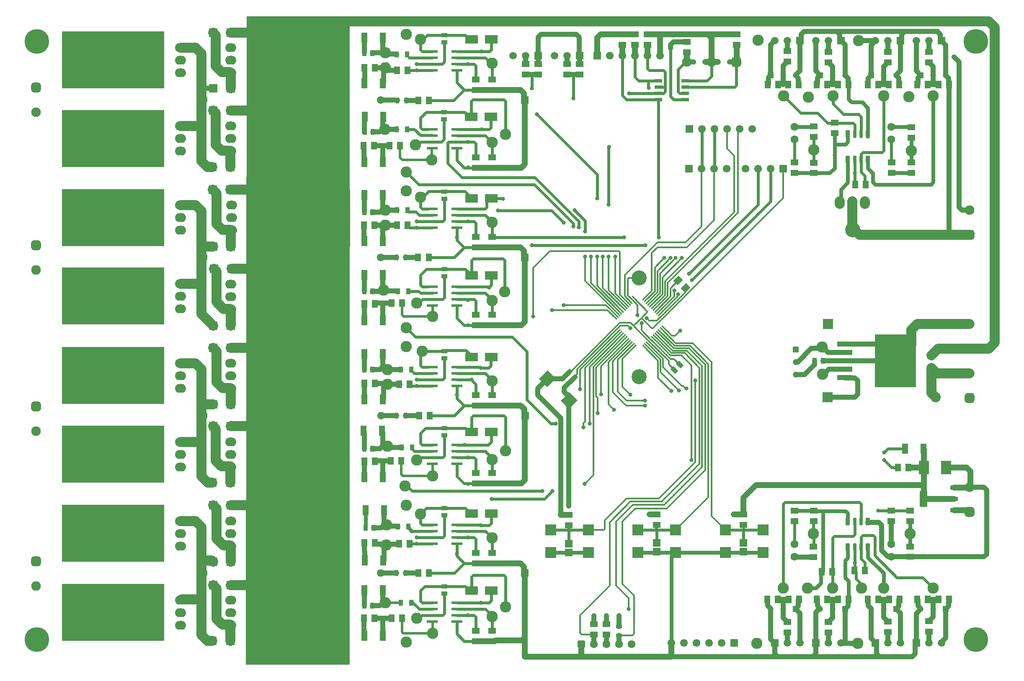
<source format=gbr>
%TF.GenerationSoftware,Altium Limited,Altium Designer,21.6.4 (81)*%
G04 Layer_Physical_Order=2*
G04 Layer_Color=16711680*
%FSLAX43Y43*%
%MOMM*%
%TF.SameCoordinates,5D8205C6-A8A5-4108-8313-488A8EE5113E*%
%TF.FilePolarity,Positive*%
%TF.FileFunction,Copper,L2,Bot,Signal*%
%TF.Part,Single*%
G01*
G75*
%TA.AperFunction,Conductor*%
%ADD15C,1.000*%
%ADD16C,2.000*%
%ADD17C,0.600*%
%ADD18C,0.800*%
%ADD19C,0.750*%
%ADD20C,1.200*%
%TA.AperFunction,ComponentPad*%
%ADD22O,2.286X1.778*%
%ADD23C,4.572*%
%ADD24C,1.550*%
%ADD25R,1.550X1.550*%
%ADD26C,3.048*%
%ADD28C,2.286*%
%ADD29C,1.600*%
G04:AMPARAMS|DCode=30|XSize=1.6mm|YSize=1.6mm|CornerRadius=0.4mm|HoleSize=0mm|Usage=FLASHONLY|Rotation=0.000|XOffset=0mm|YOffset=0mm|HoleType=Round|Shape=RoundedRectangle|*
%AMROUNDEDRECTD30*
21,1,1.600,0.800,0,0,0.0*
21,1,0.800,1.600,0,0,0.0*
1,1,0.800,0.400,-0.400*
1,1,0.800,-0.400,-0.400*
1,1,0.800,-0.400,0.400*
1,1,0.800,0.400,0.400*
%
%ADD30ROUNDEDRECTD30*%
%ADD31R,2.286X2.286*%
%ADD32R,1.200X1.200*%
%ADD33C,1.200*%
G04:AMPARAMS|DCode=34|XSize=1.95mm|YSize=1.95mm|CornerRadius=0.488mm|HoleSize=0mm|Usage=FLASHONLY|Rotation=90.000|XOffset=0mm|YOffset=0mm|HoleType=Round|Shape=RoundedRectangle|*
%AMROUNDEDRECTD34*
21,1,1.950,0.975,0,0,90.0*
21,1,0.975,1.950,0,0,90.0*
1,1,0.975,0.488,0.488*
1,1,0.975,0.488,-0.488*
1,1,0.975,-0.488,-0.488*
1,1,0.975,-0.488,0.488*
%
%ADD34ROUNDEDRECTD34*%
%ADD35C,1.950*%
%ADD36R,2.057X2.057*%
%ADD37C,2.057*%
%ADD38C,1.500*%
%ADD39R,1.500X1.500*%
%ADD40C,1.524*%
G04:AMPARAMS|DCode=41|XSize=1.95mm|YSize=1.95mm|CornerRadius=0.488mm|HoleSize=0mm|Usage=FLASHONLY|Rotation=180.000|XOffset=0mm|YOffset=0mm|HoleType=Round|Shape=RoundedRectangle|*
%AMROUNDEDRECTD41*
21,1,1.950,0.975,0,0,180.0*
21,1,0.975,1.950,0,0,180.0*
1,1,0.975,-0.488,0.488*
1,1,0.975,0.488,0.488*
1,1,0.975,0.488,-0.488*
1,1,0.975,-0.488,-0.488*
%
%ADD41ROUNDEDRECTD41*%
%ADD42R,1.200X1.200*%
%TA.AperFunction,ViaPad*%
%ADD43C,5.000*%
%ADD44C,0.800*%
%TA.AperFunction,SMDPad,CuDef*%
%ADD45R,1.700X1.680*%
G04:AMPARAMS|DCode=46|XSize=0.8mm|YSize=1.6mm|CornerRadius=0.2mm|HoleSize=0mm|Usage=FLASHONLY|Rotation=180.000|XOffset=0mm|YOffset=0mm|HoleType=Round|Shape=RoundedRectangle|*
%AMROUNDEDRECTD46*
21,1,0.800,1.200,0,0,180.0*
21,1,0.400,1.600,0,0,180.0*
1,1,0.400,-0.200,0.600*
1,1,0.400,0.200,0.600*
1,1,0.400,0.200,-0.600*
1,1,0.400,-0.200,-0.600*
%
%ADD46ROUNDEDRECTD46*%
G04:AMPARAMS|DCode=47|XSize=0.6mm|YSize=1.6mm|CornerRadius=0.15mm|HoleSize=0mm|Usage=FLASHONLY|Rotation=180.000|XOffset=0mm|YOffset=0mm|HoleType=Round|Shape=RoundedRectangle|*
%AMROUNDEDRECTD47*
21,1,0.600,1.300,0,0,180.0*
21,1,0.300,1.600,0,0,180.0*
1,1,0.300,-0.150,0.650*
1,1,0.300,0.150,0.650*
1,1,0.300,0.150,-0.650*
1,1,0.300,-0.150,-0.650*
%
%ADD47ROUNDEDRECTD47*%
%ADD48R,1.250X2.000*%
%ADD49R,1.508X1.207*%
%ADD50R,2.500X1.700*%
%ADD51R,1.262X0.958*%
%ADD52R,2.270X0.558*%
%ADD53R,1.207X1.508*%
%ADD54R,0.900X1.200*%
%ADD55R,0.757X1.308*%
%ADD56R,0.808X1.262*%
%ADD57R,1.525X0.650*%
%ADD58R,1.000X0.500*%
G04:AMPARAMS|DCode=59|XSize=1.207mm|YSize=1.508mm|CornerRadius=0mm|HoleSize=0mm|Usage=FLASHONLY|Rotation=315.000|XOffset=0mm|YOffset=0mm|HoleType=Round|Shape=Rectangle|*
%AMROTATEDRECTD59*
4,1,4,-0.960,-0.107,0.107,0.960,0.960,0.107,-0.107,-0.960,-0.960,-0.107,0.0*
%
%ADD59ROTATEDRECTD59*%

G04:AMPARAMS|DCode=60|XSize=1.194mm|YSize=0.305mm|CornerRadius=0mm|HoleSize=0mm|Usage=FLASHONLY|Rotation=225.000|XOffset=0mm|YOffset=0mm|HoleType=Round|Shape=Rectangle|*
%AMROTATEDRECTD60*
4,1,4,0.314,0.530,0.530,0.314,-0.314,-0.530,-0.530,-0.314,0.314,0.530,0.0*
%
%ADD60ROTATEDRECTD60*%

G04:AMPARAMS|DCode=61|XSize=1.194mm|YSize=0.305mm|CornerRadius=0mm|HoleSize=0mm|Usage=FLASHONLY|Rotation=315.000|XOffset=0mm|YOffset=0mm|HoleType=Round|Shape=Rectangle|*
%AMROTATEDRECTD61*
4,1,4,-0.530,0.314,-0.314,0.530,0.530,-0.314,0.314,-0.530,-0.530,0.314,0.0*
%
%ADD61ROTATEDRECTD61*%

G04:AMPARAMS|DCode=62|XSize=2.45mm|YSize=2.35mm|CornerRadius=0mm|HoleSize=0mm|Usage=FLASHONLY|Rotation=225.000|XOffset=0mm|YOffset=0mm|HoleType=Round|Shape=Rectangle|*
%AMROTATEDRECTD62*
4,1,4,0.035,1.697,1.697,0.035,-0.035,-1.697,-1.697,-0.035,0.035,1.697,0.0*
%
%ADD62ROTATEDRECTD62*%

G04:AMPARAMS|DCode=63|XSize=0.95mm|YSize=1.35mm|CornerRadius=0mm|HoleSize=0mm|Usage=FLASHONLY|Rotation=315.000|XOffset=0mm|YOffset=0mm|HoleType=Round|Shape=Rectangle|*
%AMROTATEDRECTD63*
4,1,4,-0.813,-0.141,0.141,0.813,0.813,0.141,-0.141,-0.813,-0.813,-0.141,0.0*
%
%ADD63ROTATEDRECTD63*%

G04:AMPARAMS|DCode=64|XSize=0.95mm|YSize=1.35mm|CornerRadius=0mm|HoleSize=0mm|Usage=FLASHONLY|Rotation=45.000|XOffset=0mm|YOffset=0mm|HoleType=Round|Shape=Rectangle|*
%AMROTATEDRECTD64*
4,1,4,0.141,-0.813,-0.813,0.141,-0.141,0.813,0.813,-0.141,0.141,-0.813,0.0*
%
%ADD64ROTATEDRECTD64*%

%ADD65R,1.556X1.505*%
%ADD66R,1.308X0.757*%
G04:AMPARAMS|DCode=67|XSize=3.15mm|YSize=1.45mm|CornerRadius=0.051mm|HoleSize=0mm|Usage=FLASHONLY|Rotation=90.000|XOffset=0mm|YOffset=0mm|HoleType=Round|Shape=RoundedRectangle|*
%AMROUNDEDRECTD67*
21,1,3.150,1.349,0,0,90.0*
21,1,3.049,1.450,0,0,90.0*
1,1,0.102,0.674,1.524*
1,1,0.102,0.674,-1.524*
1,1,0.102,-0.674,-1.524*
1,1,0.102,-0.674,1.524*
%
%ADD67ROUNDEDRECTD67*%
G04:AMPARAMS|DCode=68|XSize=0.9mm|YSize=1.45mm|CornerRadius=0.05mm|HoleSize=0mm|Usage=FLASHONLY|Rotation=90.000|XOffset=0mm|YOffset=0mm|HoleType=Round|Shape=RoundedRectangle|*
%AMROUNDEDRECTD68*
21,1,0.900,1.351,0,0,90.0*
21,1,0.801,1.450,0,0,90.0*
1,1,0.099,0.676,0.401*
1,1,0.099,0.676,-0.401*
1,1,0.099,-0.676,-0.401*
1,1,0.099,-0.676,0.401*
%
%ADD68ROUNDEDRECTD68*%
%ADD69R,2.000X2.800*%
%ADD70R,0.807X1.308*%
%ADD71R,3.050X1.016*%
%ADD72R,8.380X10.660*%
%ADD73R,1.508X1.157*%
%ADD74R,1.157X1.508*%
%TA.AperFunction,Conductor*%
%ADD75C,0.300*%
%ADD76C,0.500*%
%ADD77C,1.500*%
%ADD78R,20.701X11.557*%
%TA.AperFunction,ComponentPad*%
%ADD79O,2.032X2.540*%
G36*
X98044Y42799D02*
X77179D01*
X77089Y42889D01*
X77216Y173990D01*
X98044D01*
Y42799D01*
D02*
G37*
D15*
X198247Y47117D02*
X200787D01*
X73892Y162709D02*
X74041Y162560D01*
X68453Y159385D02*
X70473D01*
X68072Y159766D02*
X68453Y159385D01*
X101024Y82550D02*
Y83946D01*
X104775Y84074D02*
X106391D01*
X136078Y97348D02*
X140716Y92710D01*
Y73152D02*
Y92710D01*
X142365Y74932D02*
X142367Y74930D01*
X142365Y74932D02*
Y96198D01*
X202887Y54723D02*
Y56007D01*
X192600Y54723D02*
Y56007D01*
X110490Y156972D02*
X111954D01*
X109461D02*
X110490D01*
X198110Y100855D02*
X200201D01*
X200787Y97487D02*
Y100269D01*
X200201Y100855D02*
X200787Y100269D01*
X200201Y96901D02*
X200787Y97487D01*
X194640Y96901D02*
X200201D01*
X198102Y100863D02*
X198110Y100855D01*
X192024Y103505D02*
Y104267D01*
X190030Y101511D02*
X192024Y103505D01*
X188247Y101511D02*
X190030D01*
X191397Y106815D02*
X193302D01*
X188247Y104051D02*
X188633D01*
X188209Y104013D02*
X188247Y104051D01*
X188633D02*
X191397Y106815D01*
X219134Y54669D02*
Y56007D01*
X209101Y54669D02*
Y56007D01*
X198814Y54669D02*
Y56007D01*
X221234Y135333D02*
Y164719D01*
X221820Y134747D02*
X223393D01*
X221234Y135333D02*
X221820Y134747D01*
X220218Y165735D02*
X221234Y164719D01*
X219237Y129747D02*
Y160147D01*
X219134Y160250D02*
X219237Y160147D01*
X141434Y98016D02*
X142400Y97050D01*
X142365Y96198D02*
X142400Y96233D01*
X136078Y97348D02*
Y98679D01*
X138016Y100617D01*
X207403Y64758D02*
X207518Y64643D01*
X205613Y65913D02*
X206768Y64758D01*
X205613Y65913D02*
Y70982D01*
X206768Y64758D02*
X207403D01*
X211311Y64626D02*
X226236D01*
X207535D02*
X211311D01*
X205027Y71568D02*
X205613Y70982D01*
X202819Y71568D02*
X205027D01*
X202812Y71561D02*
X202819Y71568D01*
X226236Y64626D02*
X226822Y65211D01*
Y78154D01*
X138051Y100652D02*
X139006D01*
X141085Y100617D02*
X142345Y101876D01*
X139041Y100617D02*
X141085D01*
X141434Y98016D02*
Y98844D01*
X143405Y100816D01*
X142400Y96233D02*
Y97050D01*
X139006Y100652D02*
X139041Y100617D01*
X138016D02*
X138051Y100652D01*
X134874Y162179D02*
X136144D01*
X133604D02*
X134874D01*
X143256D02*
X144526D01*
X141986D02*
X143256D01*
X136778Y170307D02*
X143846D01*
X136192Y169721D02*
X136778Y170307D01*
X144432Y166129D02*
Y169721D01*
X136192Y166037D02*
Y169721D01*
X143846Y170307D02*
X144432Y169721D01*
X136144Y164281D02*
Y165989D01*
X136192Y166037D01*
X197358Y169083D02*
X198247Y168194D01*
X197108Y169333D02*
X197358Y169083D01*
X204343Y47244D02*
X204585Y47002D01*
X203454Y48133D02*
X204343Y47244D01*
X203454Y54102D02*
Y54156D01*
Y48133D02*
Y54102D01*
X183134D02*
Y54156D01*
Y48006D02*
Y54102D01*
X163068Y44450D02*
X184609D01*
X144432Y166129D02*
X144526Y166035D01*
X133604Y164281D02*
Y165989D01*
X141986Y164281D02*
Y166035D01*
X144526Y164281D02*
Y166035D01*
X174879Y164719D02*
X176243D01*
X166243D02*
X167583D01*
X163527Y168818D02*
X166243D01*
X162941Y167513D02*
Y168232D01*
X163527Y168818D01*
X152527Y50520D02*
Y52705D01*
X147447Y51047D02*
Y52705D01*
X149987Y51047D02*
Y52705D01*
X152527Y46990D02*
Y48768D01*
X149987Y46990D02*
Y48895D01*
X147447Y46990D02*
Y48895D01*
X217678Y169037D02*
X218567Y168148D01*
X217428Y169287D02*
X217678Y169037D01*
X213487Y54102D02*
Y54156D01*
Y54048D02*
Y54102D01*
X207518Y67183D02*
Y71847D01*
X187960Y64643D02*
X187995Y64608D01*
X191770D01*
X218567Y161998D02*
Y162052D01*
X219134Y160250D02*
Y161431D01*
X218567Y161998D02*
X219134Y161431D01*
X212817Y160147D02*
X212920Y160250D01*
Y161485D01*
X213487Y162052D01*
X209066Y160250D02*
X209169Y160147D01*
X209066Y160250D02*
Y161461D01*
X208534Y161993D02*
X209066Y161461D01*
X208534Y161993D02*
Y162047D01*
X202887Y161480D02*
X203454Y162047D01*
X202784Y160147D02*
X202887Y160250D01*
Y161480D01*
X198779Y160250D02*
Y161466D01*
X198247Y161998D02*
X198779Y161466D01*
X198247Y161998D02*
Y162052D01*
X192600Y161485D02*
X193167Y162052D01*
X192497Y160147D02*
X192600Y160250D01*
Y161485D01*
X188214Y161998D02*
X188746Y161466D01*
X188214Y161998D02*
Y162052D01*
X188746Y160250D02*
X188849Y160147D01*
X188746Y160250D02*
Y161466D01*
X182591Y160147D02*
X182694Y160250D01*
Y161612D01*
X183134Y162052D01*
X185674Y160193D02*
Y162052D01*
Y160193D02*
X185720Y160147D01*
X195707D02*
Y162052D01*
Y160147D02*
X196780D01*
X194599D02*
X195707D01*
X205977D02*
X207067D01*
X204886D02*
X205977D01*
X205994Y160164D01*
Y162047D01*
X216027Y160147D02*
X217135D01*
X214919D02*
X216027D01*
Y162052D01*
X218567Y54102D02*
X219134Y54669D01*
X212920Y54723D02*
Y55904D01*
X212817Y56007D02*
X212920Y55904D01*
Y54723D02*
X213487Y54156D01*
X214919Y56007D02*
X217135D01*
X205994D02*
X207102D01*
X204886D02*
X205994D01*
X208534Y54102D02*
X209101Y54669D01*
X202887Y54723D02*
X203454Y54156D01*
X198247Y54102D02*
X198814Y54669D01*
X192600Y54723D02*
X193167Y54156D01*
Y54102D02*
Y54156D01*
X195707Y56007D02*
X196815D01*
X194599D02*
X195707D01*
X185674D02*
X186782D01*
X184566D02*
X185674D01*
X188781Y55904D02*
X188884Y56007D01*
X188781Y54669D02*
Y55904D01*
X188214Y54102D02*
X188781Y54669D01*
X182464Y56007D02*
X182567Y55904D01*
Y54723D02*
Y55904D01*
Y54723D02*
X183134Y54156D01*
X185674Y54102D02*
Y56007D01*
X195707Y54102D02*
Y56007D01*
X205994Y54102D02*
Y56007D01*
X216027Y54102D02*
Y55913D01*
X223393Y78740D02*
X226236D01*
X226822Y78154D01*
X203454Y162047D02*
Y168148D01*
X200914Y169037D02*
X204343D01*
X203454Y168148D02*
X204343Y169037D01*
X198247Y47160D02*
Y54102D01*
Y47117D02*
Y47160D01*
X197358Y47117D02*
X198247D01*
X192278Y47117D02*
Y53416D01*
Y45036D02*
Y47117D01*
X191692Y44450D02*
X205170D01*
X212356Y45036D02*
Y47002D01*
X211771Y44450D02*
X212356Y45036D01*
X204585D02*
X205170Y44450D01*
X211771D01*
X204585Y45036D02*
Y47002D01*
X212356D02*
X212598Y47244D01*
X184609Y44450D02*
X191692D01*
X184023Y45036D02*
X184609Y44450D01*
X191692D02*
X192278Y45036D01*
X184023D02*
Y47117D01*
X196522Y170942D02*
X210259D01*
X216842D01*
X217428Y169287D02*
Y170356D01*
X216842Y170942D02*
X217428Y170356D01*
X209673Y169287D02*
Y170356D01*
X210259Y170942D01*
X209423Y169037D02*
X209673Y169287D01*
X189939Y170942D02*
X196522D01*
X197108Y169333D02*
Y170356D01*
X196522Y170942D02*
X197108Y170356D01*
X189103Y169083D02*
X189353Y169333D01*
Y170356D02*
X189939Y170942D01*
X189353Y169333D02*
Y170356D01*
X206032Y163833D02*
X206629Y164430D01*
X206032Y162085D02*
Y163833D01*
X205994Y162047D02*
X206032Y162085D01*
X206732Y164684D02*
X206883D01*
X206629Y164581D02*
X206732Y164684D01*
X206629Y164430D02*
Y164581D01*
X215392Y164430D02*
X216027Y163795D01*
X215392Y164430D02*
Y164581D01*
X215138Y164684D02*
X215289D01*
X215392Y164581D01*
X216027Y162052D02*
Y163795D01*
X195072Y164430D02*
X195707Y163795D01*
X195072Y164430D02*
Y164581D01*
X194818Y164684D02*
X194969D01*
X195707Y162052D02*
Y163795D01*
X194969Y164684D02*
X195072Y164581D01*
X185712Y162090D02*
Y163995D01*
X185674Y162052D02*
X185712Y162090D01*
X186412Y164846D02*
X186563D01*
X186309Y164743D02*
X186412Y164846D01*
X186309Y164592D02*
Y164743D01*
X185712Y163995D02*
X186309Y164592D01*
X186563Y166948D02*
Y169083D01*
X194818Y166786D02*
Y169083D01*
X215138Y166786D02*
Y169037D01*
X206883Y166786D02*
Y169037D01*
X218567Y162106D02*
Y168148D01*
X183134Y162052D02*
Y168194D01*
X184023Y169083D01*
X198247Y162106D02*
Y168194D01*
X192278Y162941D02*
X193167Y162052D01*
X192278Y162941D02*
Y169083D01*
X188214Y162106D02*
X189103Y162995D01*
X188214Y162052D02*
Y162106D01*
X189103Y162995D02*
Y169083D01*
X212598Y162941D02*
X213487Y162052D01*
X212598Y162941D02*
Y169037D01*
X209423Y162990D02*
Y169037D01*
X208534Y162101D02*
X209423Y162990D01*
X208534Y162047D02*
Y162101D01*
X186309Y51573D02*
Y51724D01*
X185712Y52321D02*
Y54064D01*
X186412Y51470D02*
X186563D01*
X186309Y51573D02*
X186412Y51470D01*
X185712Y52321D02*
X186309Y51724D01*
X185674Y54102D02*
X185712Y54064D01*
X194969Y51470D02*
X195072Y51573D01*
X194818Y51470D02*
X194969D01*
X195072Y51573D02*
Y51724D01*
X195669Y52321D01*
Y54064D01*
X195707Y54102D01*
X215392Y51700D02*
Y51851D01*
X215989Y52448D02*
Y54064D01*
X215138Y51597D02*
X215289D01*
X215392Y51700D01*
Y51851D02*
X215989Y52448D01*
Y54064D02*
X216027Y54102D01*
X206629Y51665D02*
X206732Y51562D01*
X206629Y51665D02*
Y51816D01*
X206732Y51562D02*
X206883D01*
X206032Y52413D02*
X206629Y51816D01*
X206032Y52413D02*
Y54064D01*
X205994Y54102D02*
X206032Y54064D01*
X206883Y47244D02*
Y49460D01*
X215138Y47244D02*
Y49495D01*
X217678Y47379D02*
X218567Y48268D01*
X217678Y47244D02*
Y47379D01*
X218567Y48268D02*
Y54102D01*
X212598Y53159D02*
X213487Y54048D01*
X212598Y47244D02*
Y53159D01*
X208634Y54002D02*
X209423Y53213D01*
Y47244D02*
Y53213D01*
X208634Y54002D02*
Y54002D01*
X208534Y54102D02*
X208634Y54002D01*
X192926Y54064D02*
X193129D01*
X193167Y54102D01*
X192278Y53416D02*
X192926Y54064D01*
X183134Y48006D02*
X184023Y47117D01*
X189103D02*
Y53213D01*
X188214Y54102D02*
X189103Y53213D01*
X194818Y47117D02*
Y49368D01*
X186563Y47117D02*
Y49368D01*
X110490Y61341D02*
X111954D01*
X109334D02*
X110490D01*
X109334Y125222D02*
X111894D01*
X109334Y93218D02*
X112081D01*
X104367Y61341D02*
X107582D01*
X104394Y93218D02*
X107582D01*
X104367Y125222D02*
X107582D01*
X104367Y157022D02*
X104392Y156997D01*
X107684D02*
X107709Y156972D01*
X104392Y156997D02*
X107684D01*
X105537Y67183D02*
X107939D01*
X108042Y67286D02*
Y67310D01*
X107939Y67183D02*
X108042Y67286D01*
X105410Y67056D02*
X105537Y67183D01*
X107739Y70789D02*
X107789Y70739D01*
X105783Y70874D02*
X107704D01*
X105537Y71120D02*
X105783Y70874D01*
X107704D02*
X107739Y70839D01*
Y70789D02*
Y70839D01*
X105029Y71120D02*
Y74011D01*
X103227Y84074D02*
X104775D01*
Y80772D02*
Y83947D01*
X103124Y83971D02*
X103227Y84074D01*
X103124Y83947D02*
Y83971D01*
X106758Y86741D02*
X108551D01*
X105664Y86995D02*
X105910Y86749D01*
X106750D02*
X106758Y86741D01*
X105910Y86749D02*
X106750D01*
X104775Y103075D02*
Y105664D01*
X104189Y102489D02*
X104775Y103075D01*
X102616Y102489D02*
X104189D01*
X104902Y98109D02*
Y99695D01*
X103124D02*
X104902D01*
X103251Y115951D02*
X104775D01*
X106518D01*
X102997Y147828D02*
X104745D01*
X106137D01*
X104745Y144526D02*
Y147828D01*
X105156Y151130D02*
X107535D01*
X107485Y166293D02*
Y166343D01*
Y166293D02*
X107535Y166243D01*
X105529Y166378D02*
X107450D01*
X105283Y166624D02*
X105529Y166378D01*
X107450D02*
X107485Y166343D01*
X102752Y166624D02*
X105283D01*
X105496Y163576D02*
X106000Y163072D01*
X107657D01*
X105291Y66921D02*
X105537Y66675D01*
X104308Y67183D02*
X104570Y66921D01*
X103262Y67183D02*
X104308D01*
X104570Y66921D02*
X105291D01*
X104443Y70485D02*
X105029Y71071D01*
X102910Y70485D02*
X104443D01*
X104999Y74041D02*
X105029Y74011D01*
X104997Y64006D02*
Y66597D01*
X103159Y67286D02*
Y67437D01*
Y67286D02*
X103262Y67183D01*
X104872Y63881D02*
X104997Y64006D01*
X101092Y63911D02*
X101122Y63881D01*
X101092Y63911D02*
Y65659D01*
X101057Y65694D02*
X101092Y65659D01*
X101057Y65694D02*
Y67437D01*
X104793Y48689D02*
Y51943D01*
X104793Y51943D02*
X104793Y51943D01*
Y52197D02*
X106518D01*
X103032D02*
X104793D01*
X104745Y48641D02*
X104793Y48689D01*
X103032Y52046D02*
Y52197D01*
Y52046D02*
X103135Y51943D01*
X104745Y55323D02*
Y57912D01*
X105664Y102489D02*
X108424D01*
X105664Y99568D02*
X108204D01*
X104775Y112522D02*
Y115570D01*
X103227D02*
Y115951D01*
X104062Y118364D02*
X104775Y119077D01*
X104965Y118427D02*
X107726D01*
X105283Y134747D02*
X107628D01*
X104189Y131699D02*
X104775Y131113D01*
X105283Y131699D02*
X107661D01*
X100963Y50419D02*
Y52165D01*
Y48673D02*
Y50419D01*
X101023Y56325D02*
Y57883D01*
Y54765D02*
Y56325D01*
X101019Y88138D02*
Y89783D01*
Y86493D02*
Y88138D01*
X101024Y98107D02*
Y99694D01*
Y96521D02*
Y98107D01*
X101019Y104076D02*
Y105658D01*
Y102495D02*
Y104076D01*
X101024Y112523D02*
Y115823D01*
X101019Y120015D02*
Y121660D01*
Y118370D02*
Y120015D01*
X100963Y128556D02*
Y131667D01*
X101038Y136081D02*
Y137781D01*
Y134380D02*
Y136081D01*
X100956Y146177D02*
Y147820D01*
Y144535D02*
Y146177D01*
X101052Y152069D02*
Y153643D01*
Y150495D02*
Y152069D01*
X101122Y162083D02*
Y163511D01*
Y160655D02*
Y162083D01*
X100995Y166628D02*
Y169799D01*
X101022Y99695D02*
X101024Y99694D01*
Y96521D02*
X101025Y96520D01*
Y137795D02*
X101038Y137781D01*
Y134380D02*
X101052Y134366D01*
X100963Y128556D02*
X100995Y128524D01*
X100930Y131699D02*
X100963Y131667D01*
X101019Y121660D02*
X101025Y121666D01*
X101012Y118364D02*
X101019Y118370D01*
X101024Y112523D02*
X101025Y112522D01*
X101022Y115824D02*
X101024Y115823D01*
X101019Y105658D02*
X101025Y105664D01*
X101012Y102489D02*
X101019Y102495D01*
Y89783D02*
X101025Y89789D01*
X101012Y86487D02*
X101019Y86493D01*
X101024Y80773D02*
Y82550D01*
X101022Y83947D02*
X101024Y83946D01*
Y80773D02*
X101025Y80772D01*
X100995Y57912D02*
X101023Y57883D01*
Y54765D02*
X101052Y54737D01*
X100930Y52197D02*
X100963Y52165D01*
Y48673D02*
X100995Y48641D01*
X104159Y54737D02*
X104745Y55323D01*
X102656Y54737D02*
X104159D01*
X104189Y86487D02*
X104775Y87073D01*
X102616Y86487D02*
X104189D01*
X104775Y87073D02*
Y89789D01*
X104900Y96645D02*
Y98107D01*
X104775Y96520D02*
X104900Y96645D01*
Y98107D02*
X104902Y98109D01*
X104775Y119077D02*
Y121666D01*
X102616Y118364D02*
X104062D01*
X104745Y128524D02*
X104775Y128554D01*
X103032Y131699D02*
X104189D01*
X104775Y128554D02*
Y131113D01*
Y134952D02*
Y137795D01*
X102656Y134366D02*
X104189D01*
X104775Y134952D01*
Y151208D02*
Y153797D01*
X104189Y150622D02*
X104775Y151208D01*
X102743Y150622D02*
X104189D01*
X104775Y160401D02*
X104900Y160526D01*
Y161988D01*
X104902Y161990D02*
Y162990D01*
X103159Y163576D02*
X104316D01*
X104900Y161988D02*
X104902Y161990D01*
X104775Y167210D02*
Y169672D01*
X102656Y166528D02*
X102752Y166624D01*
X102656Y166497D02*
Y166528D01*
X193607Y101532D02*
X193879D01*
X193302Y106815D02*
X193548Y107061D01*
X188209Y101473D02*
X188247Y101511D01*
X193726Y104267D02*
X198102D01*
X193548Y107061D02*
X193685D01*
X194777Y105969D01*
X198102D01*
X194904Y102557D02*
X198094D01*
X193879Y101532D02*
X194904Y102557D01*
X198094D02*
X198102Y102565D01*
X205003Y107671D02*
X208407Y104267D01*
X198102Y107671D02*
X205003D01*
X198102Y104267D02*
X208407D01*
D16*
X72533Y114792D02*
X73930D01*
X71120Y116205D02*
Y122416D01*
Y116205D02*
X72533Y114792D01*
X70600Y122936D02*
X71120Y122416D01*
X73930Y114792D02*
X74053Y114669D01*
X94234Y117221D02*
Y133350D01*
X74180Y122936D02*
X88519D01*
X94234Y117221D01*
X68072Y119888D02*
Y125222D01*
X63881Y119888D02*
X68072D01*
Y113780D02*
Y119888D01*
Y125222D02*
Y127381D01*
X74053Y75057D02*
X88519D01*
X94234Y69342D01*
X71120Y68339D02*
Y74410D01*
X70473Y75057D02*
X71120Y74410D01*
Y68339D02*
X72546Y66913D01*
X73930D01*
X74041Y66802D01*
X68072Y63881D02*
Y70710D01*
Y56007D02*
Y63881D01*
X70207D02*
X70461Y63627D01*
X68072Y63881D02*
X70207D01*
X74041Y63627D02*
Y66802D01*
Y58928D02*
X88646D01*
X94234Y53340D01*
X71120Y52083D02*
X72292Y50911D01*
X70461Y58928D02*
X71120Y58269D01*
Y52083D02*
Y58269D01*
X72292Y50911D02*
X73930D01*
X74041Y50800D01*
X64024Y55991D02*
X64246D01*
X64262Y56007D01*
X68072D01*
Y48797D02*
Y56007D01*
Y48797D02*
X69244Y47625D01*
X70334D01*
X73914Y50689D02*
X74025Y50800D01*
X73914Y47625D02*
Y50689D01*
X74025Y50800D02*
X74041D01*
X88519Y91059D02*
X94234Y85344D01*
X74041Y91059D02*
X88519D01*
X72165Y82915D02*
X73930D01*
X70993Y84087D02*
Y90527D01*
Y84087D02*
X72165Y82915D01*
X70461Y91059D02*
X70993Y90527D01*
X73930Y82915D02*
X74041Y82804D01*
Y106934D02*
X88519D01*
X94234Y101219D01*
X74041Y95504D02*
Y98679D01*
X68072Y95758D02*
Y102587D01*
Y87884D02*
Y95758D01*
X68326Y95504D01*
X70461D01*
X71120Y99962D02*
X72292Y98790D01*
X73930D01*
X71120Y99962D02*
Y106275D01*
X70461Y106934D02*
X71120Y106275D01*
X73930Y98790D02*
X74041Y98679D01*
X68072Y80899D02*
Y87884D01*
X69342Y79629D02*
X70334D01*
X68072Y80899D02*
X69342Y79629D01*
X63881Y87884D02*
X68072D01*
X73914Y82693D02*
X74025Y82804D01*
X74041D01*
X73914Y79629D02*
Y82693D01*
X74053Y111379D02*
Y114669D01*
X68072Y113780D02*
X70473Y111379D01*
X74164Y130683D02*
X74168D01*
X74053Y127381D02*
Y130572D01*
X74164Y130683D01*
X68072Y127381D02*
Y134591D01*
Y127381D02*
X70473D01*
X70346Y138938D02*
X71120Y138164D01*
Y131966D02*
Y138164D01*
X73926Y138938D02*
X88646D01*
X94234Y133350D01*
X223393Y106731D02*
X227301D01*
X71120Y131966D02*
X72292Y130794D01*
X74057D01*
X74168Y130683D01*
X94234Y133350D02*
Y149225D01*
Y133350D02*
X94361Y133223D01*
X73914Y146574D02*
X74025Y146685D01*
X73914Y143510D02*
Y146574D01*
X74025Y146685D02*
X74041D01*
X70993Y147968D02*
X72165Y146796D01*
X70993Y147968D02*
Y154420D01*
X70473Y154940D02*
X70993Y154420D01*
X72165Y146796D02*
X73930D01*
X74041Y146685D01*
X68072Y151765D02*
Y157099D01*
X68072Y151765D02*
X68072Y151765D01*
X63881Y151765D02*
X68072D01*
X68072Y144682D02*
Y151765D01*
X69244Y143510D02*
X70334D01*
X68072Y157099D02*
Y159766D01*
Y144682D02*
X69244Y143510D01*
X72165Y162709D02*
X73892D01*
X70993Y163880D02*
X72165Y162709D01*
X70993Y163880D02*
Y170168D01*
X70473Y170688D02*
X70993Y170168D01*
X74047Y159391D02*
Y162554D01*
X74053Y154940D02*
X84074D01*
X94234Y165100D01*
X79756Y170688D02*
X85344Y165100D01*
X94234D01*
X74053Y170688D02*
X79756D01*
X68072Y159766D02*
Y166468D01*
X216663Y111731D02*
X223393D01*
X212769D02*
X216663D01*
X211597Y110559D02*
X212769Y111731D01*
X211597Y107457D02*
Y110559D01*
X219237Y129747D02*
X223393D01*
X201118D02*
X219237D01*
X200055Y130810D02*
X201118Y129747D01*
X199771Y130810D02*
X200055D01*
X199650Y131312D02*
Y136265D01*
X199644Y136271D02*
X199650Y136265D01*
X228473Y107902D02*
Y171802D01*
X227301Y106731D02*
X228473Y107902D01*
X217007Y106731D02*
X223393D01*
X227301Y172974D02*
X228473Y171802D01*
X95481Y172974D02*
X227301D01*
X94309Y165175D02*
Y171802D01*
X95481Y172974D01*
X94234Y149225D02*
Y165100D01*
Y101219D02*
Y117221D01*
Y85344D02*
Y101219D01*
Y69342D02*
Y85344D01*
Y53340D02*
Y69342D01*
Y165100D02*
X94309Y165175D01*
X66900Y71882D02*
X68072Y70710D01*
X63881Y71882D02*
X66900D01*
Y103759D02*
X68072Y102587D01*
X63881Y103759D02*
X66900D01*
Y135763D02*
X68072Y134591D01*
X63881Y135763D02*
X66900D01*
X63881Y167640D02*
X66900D01*
X68072Y166468D01*
X208407Y104267D02*
X211597Y107457D01*
X216789Y101727D02*
X223393D01*
X215646Y102870D02*
X216789Y101727D01*
X215646Y102870D02*
X215646D01*
X215646Y97806D02*
Y102870D01*
Y105370D02*
X217007Y106731D01*
X215646Y97806D02*
X216535Y96917D01*
Y96901D02*
Y96917D01*
D17*
X74041Y162560D02*
X74047Y162554D01*
Y159391D02*
X74053Y159385D01*
X122047Y79467D02*
X123571D01*
X119735Y97409D02*
Y99187D01*
X122047Y143348D02*
X123571D01*
X121193D02*
X122047D01*
X134898Y127635D02*
X157861D01*
X160505Y129309D02*
Y157077D01*
Y129309D02*
X160528Y129286D01*
X160483Y157099D02*
X160505Y157077D01*
X126873Y129321D02*
X126890Y129303D01*
X153526D01*
X153543Y129286D01*
X150368Y135890D02*
Y147393D01*
X150495Y147520D01*
Y147574D01*
X148082Y137160D02*
Y141986D01*
X135890Y154178D02*
X148082Y141986D01*
X143510Y134747D02*
X145676Y132581D01*
Y130436D02*
Y132581D01*
Y130436D02*
X145684Y130429D01*
X143254Y131447D02*
Y132082D01*
Y131447D02*
X143256Y131445D01*
X144399Y131318D02*
Y132461D01*
X135382Y139954D02*
X143254Y132082D01*
X135509Y141351D02*
X144399Y132461D01*
X120777Y141351D02*
X135509D01*
X112014Y139954D02*
X135382D01*
X128032Y134658D02*
X138900D01*
X141351Y132207D01*
X138684Y91567D02*
X139716D01*
X133858Y96393D02*
X138684Y91567D01*
X119735Y116713D02*
X123220D01*
X119735Y128677D02*
Y131191D01*
X121193Y111471D02*
X123571D01*
X121193Y79467D02*
X122047D01*
X119735Y96673D02*
Y97409D01*
Y64796D02*
Y67310D01*
X117856Y144272D02*
X120777Y141351D01*
X117856Y144272D02*
Y148414D01*
X109474Y142494D02*
X112014Y139954D01*
X183134Y136555D02*
Y143129D01*
X167229Y120650D02*
X183134Y136555D01*
X133858Y96393D02*
Y106172D01*
X130937Y109093D02*
X133858Y106172D01*
X111379Y109093D02*
X130937D01*
X109474Y110998D02*
X111379Y109093D01*
X109632Y78994D02*
X110648Y77978D01*
X109220Y78994D02*
X109632D01*
X110648Y77978D02*
X137033D01*
X137414Y76327D02*
X139065Y77978D01*
X126746Y76327D02*
X137414D01*
X128978Y137033D02*
X129032D01*
X126714Y137160D02*
X128851D01*
X128978Y137033D01*
X113994Y138557D02*
X117151D01*
X121358D02*
X122212Y137703D01*
X112395Y137414D02*
X112851D01*
X117151Y138557D02*
X121358D01*
X112851Y137414D02*
X113994Y138557D01*
X117151D02*
X117221Y138487D01*
X118032Y148590D02*
X119735D01*
X117856Y148414D02*
X118032Y148590D01*
X126873Y84328D02*
Y84582D01*
Y81569D02*
Y84328D01*
Y100203D02*
Y100330D01*
Y97317D02*
Y100203D01*
X119735Y87249D02*
X121285D01*
X126057D01*
X126714Y87906D01*
X119735Y84709D02*
X121920D01*
X123571Y97317D02*
Y99514D01*
X122682Y100403D02*
Y100457D01*
X119735D02*
X122682D01*
Y100403D02*
X123571Y99514D01*
X119735Y96673D02*
X121193Y95215D01*
X124587Y102870D02*
X126141D01*
X124533D02*
X124587D01*
X119735Y55372D02*
X126238D01*
X126714Y55848D01*
Y57785D01*
X119735Y102997D02*
X124406D01*
X126141Y102870D02*
X126619Y103348D01*
X124406Y102997D02*
X124533Y102870D01*
Y70993D02*
X126236D01*
X126714Y71471D01*
X124406Y71120D02*
X124533Y70993D01*
X119735Y71120D02*
X124406D01*
X126714Y71471D02*
Y73406D01*
X119735Y166878D02*
X126292D01*
X126644Y167229D01*
X126682D02*
Y169291D01*
X126644Y167229D02*
X126682D01*
X119735Y151130D02*
X126268D01*
X126619Y151481D02*
Y153638D01*
X126268Y151130D02*
X126619Y151481D01*
X126714Y87906D02*
Y89916D01*
X126873Y52578D02*
Y52705D01*
Y49692D02*
Y52578D01*
X207645Y82677D02*
X208880D01*
X206121Y84201D02*
X207645Y82677D01*
X206883Y86487D02*
X210342D01*
X206121Y85725D02*
X206883Y86487D01*
X111633Y132461D02*
X114707D01*
X111633Y164338D02*
X114707D01*
X194691Y152400D02*
X199801D01*
X126314Y137160D02*
X126714D01*
X166624Y121920D02*
X180594Y135890D01*
Y143129D01*
X143256Y157353D02*
Y162179D01*
X158458Y160909D02*
X160483D01*
X156464D02*
X158458D01*
X171768Y143193D02*
Y151113D01*
X169227Y143193D02*
Y151113D01*
X154051Y157099D02*
X160483D01*
X125413Y135001D02*
X125764Y135352D01*
X119735Y135001D02*
X125413D01*
X125764Y135352D02*
Y136610D01*
X126314Y137160D01*
X125476Y165608D02*
X126873Y164211D01*
X134874Y159385D02*
Y162179D01*
X154559Y158369D02*
X160483D01*
X153162Y157988D02*
Y165989D01*
Y157988D02*
X154051Y157099D01*
X160147Y67381D02*
Y67449D01*
X142367Y70104D02*
X146304D01*
X173609Y70485D02*
X173990Y70104D01*
X126873Y116459D02*
Y116586D01*
Y113573D02*
Y116459D01*
X158458Y159550D02*
Y160909D01*
X158458Y160909D02*
X158458Y160909D01*
Y159550D02*
X158496Y159512D01*
X191770Y149571D02*
X191833Y149508D01*
Y66773D02*
Y69342D01*
X162941Y157734D02*
X163576Y157099D01*
X162941Y157734D02*
Y167513D01*
X163576Y157099D02*
X165907D01*
X161448Y163068D02*
X161799Y162717D01*
Y159768D02*
Y162717D01*
X158593Y163068D02*
X161448D01*
X161799Y158745D02*
Y159639D01*
X164465Y158745D02*
X164816Y158394D01*
X164465Y158745D02*
Y163195D01*
X165989Y164719D01*
X165882Y158394D02*
X165907Y158369D01*
X164816Y158394D02*
X165882D01*
X165989Y164719D02*
X166243D01*
X165907Y159639D02*
X175892D01*
X176243Y159990D01*
Y164719D01*
X161448Y158394D02*
X161799Y158745D01*
X160508Y158394D02*
X161448D01*
X160483Y158369D02*
X160508Y158394D01*
X161671Y159639D02*
X161799Y159768D01*
X160483Y159639D02*
X161671D01*
X158242Y163419D02*
Y165989D01*
Y163419D02*
X158593Y163068D01*
X155702Y161671D02*
X156464Y160909D01*
X155702Y161671D02*
Y165989D01*
X171243Y161845D02*
Y164719D01*
X170307Y160909D02*
X171243Y161845D01*
X165907Y160909D02*
X170307D01*
X142367Y70104D02*
Y71050D01*
Y67322D02*
Y70104D01*
X138684D02*
X142367D01*
X177673D02*
Y71085D01*
Y67449D02*
Y70104D01*
X181610D01*
X173990D02*
X177673D01*
X160147Y67449D02*
Y70104D01*
X163957D01*
X160020D02*
X160147D01*
X156337D02*
X160020D01*
Y70958D01*
X191833Y146974D02*
Y149508D01*
Y144440D02*
Y146974D01*
X185801Y157861D02*
X189230Y154432D01*
X192659D01*
X194691Y152400D01*
X191833Y144440D02*
X191897Y144377D01*
X200152Y140046D02*
X200244Y139954D01*
X200152Y140046D02*
Y144466D01*
X201422Y142494D02*
X202219Y141697D01*
X201422Y142494D02*
Y144466D01*
X202219Y139954D02*
Y141697D01*
X207518Y144434D02*
Y149098D01*
X187960Y144429D02*
Y149093D01*
X201422Y146080D02*
X201773Y146431D01*
X201422Y144466D02*
Y146080D01*
X201773Y146431D02*
X205643D01*
X205994Y146782D02*
Y157861D01*
X205643Y146431D02*
X205994Y146782D01*
X199801Y152400D02*
X200152Y152049D01*
Y149666D02*
Y152049D01*
X201422Y149666D02*
Y153670D01*
X195790Y157905D02*
X195809Y157886D01*
Y156235D02*
X197866Y154178D01*
X200914D01*
X195809Y156235D02*
Y157886D01*
X200914Y154178D02*
X201422Y153670D01*
X207518Y73949D02*
X211328D01*
X200152Y63373D02*
Y66361D01*
Y61884D02*
Y63373D01*
X204943Y73949D02*
X207518D01*
X204216Y64897D02*
X208661Y60452D01*
X204216Y64897D02*
Y68610D01*
X201773Y68961D02*
X203865D01*
X204216Y68610D01*
X208661Y60452D02*
X213868D01*
X202219Y61849D02*
Y63465D01*
X201422Y64262D02*
X202219Y63465D01*
X201422Y64262D02*
Y66361D01*
X187960Y67183D02*
Y71847D01*
X191770Y71720D02*
X191897Y71847D01*
X191770Y69342D02*
Y71720D01*
Y66710D02*
X191833Y66773D01*
X213868Y60452D02*
X216027Y58293D01*
X185674Y75341D02*
X186025Y75692D01*
X185674Y58293D02*
Y75341D01*
X201422Y71561D02*
Y75341D01*
X186025Y75692D02*
X201071D01*
X201422Y75341D01*
X200117Y61849D02*
X200406Y61560D01*
Y60198D02*
X201226Y59378D01*
X200406Y60198D02*
Y61560D01*
X201226Y58616D02*
X201549Y58293D01*
X201226Y58616D02*
Y59378D01*
X201422Y68610D02*
X201773Y68961D01*
X201422Y66361D02*
Y68610D01*
X200152Y69185D02*
Y71561D01*
X195707Y68483D02*
X196058Y68834D01*
X199801D01*
X195707Y58293D02*
Y68483D01*
X199801Y68834D02*
X200152Y69185D01*
X200117Y61849D02*
X200152Y61884D01*
X119735Y132461D02*
X121920D01*
X123220D01*
X119196Y61341D02*
X121193Y63338D01*
X114106Y61341D02*
X119196D01*
Y93218D02*
X121193Y95215D01*
X114233Y93218D02*
X119196D01*
Y125222D02*
X121193Y127219D01*
X114046Y125222D02*
X119196D01*
X114106Y156972D02*
X119069D01*
X121193Y159096D01*
X119735Y160554D02*
X121193Y159096D01*
X119735Y160554D02*
Y163068D01*
Y112929D02*
X121193Y111471D01*
X119735Y112929D02*
Y115443D01*
X121920Y164338D02*
X123220D01*
X119735D02*
X121920D01*
Y148590D02*
X123220D01*
X119735D02*
X121920D01*
Y84709D02*
X123220D01*
X121920Y68580D02*
X123220D01*
X119735D02*
X121920D01*
Y52832D02*
X123220D01*
X119735D02*
X121920D01*
X123220D02*
X123571Y52481D01*
Y49692D02*
Y52481D01*
X111633Y163068D02*
X114707D01*
X109763D02*
X111633D01*
Y131191D02*
X114707D01*
X110120D02*
X111633D01*
Y99187D02*
X114707D01*
X110659D02*
X111633D01*
Y67310D02*
X114707D01*
X110466D02*
X111633D01*
X121193Y159096D02*
X123571D01*
X119735Y144806D02*
Y147320D01*
Y144806D02*
X121193Y143348D01*
Y127219D02*
X123571D01*
X119735Y128677D02*
X121193Y127219D01*
Y95215D02*
X123571D01*
X119735Y80925D02*
Y83439D01*
Y80925D02*
X121193Y79467D01*
Y63338D02*
X123571D01*
X119735Y64796D02*
X121193Y63338D01*
X119735Y49048D02*
X121193Y47590D01*
X119735Y49048D02*
Y51562D01*
X121193Y47590D02*
X123571D01*
X119735Y165608D02*
X125476D01*
X126873Y161198D02*
Y164211D01*
X123220Y164338D02*
X123571Y163987D01*
Y161198D02*
Y163987D01*
X119735Y149860D02*
X125476D01*
X126873Y145450D02*
Y148463D01*
X125476Y149860D02*
X126873Y148463D01*
X123220Y148590D02*
X123571Y148239D01*
Y145450D02*
Y148239D01*
X119735Y133731D02*
X125476D01*
X126873Y129321D02*
Y132334D01*
X125476Y133731D02*
X126873Y132334D01*
X123220Y132461D02*
X123571Y132110D01*
Y129321D02*
Y132110D01*
X119735Y117983D02*
X125476D01*
X126873Y116586D01*
X123220Y116713D02*
X123571Y116362D01*
Y113573D02*
Y116362D01*
X119735Y101727D02*
X125476D01*
X126873Y100330D01*
X119735Y85979D02*
X125476D01*
X126873Y84582D01*
X123220Y84709D02*
X123571Y84358D01*
Y81569D02*
Y84358D01*
X119735Y69850D02*
X125476D01*
X126873Y65440D02*
Y68453D01*
X125476Y69850D02*
X126873Y68453D01*
X123220Y68580D02*
X123571Y68229D01*
Y65440D02*
Y68229D01*
X125476Y54102D02*
X126873Y52705D01*
X119735Y54102D02*
X125476D01*
X129189Y157099D02*
X129540Y156748D01*
Y150114D02*
Y156748D01*
X122938Y157099D02*
X129189D01*
X122587Y156748D02*
X122938Y157099D01*
X122587Y153670D02*
Y156748D01*
X123065Y124968D02*
X129062D01*
X122714Y121539D02*
Y124617D01*
X129062Y124968D02*
X129413Y124617D01*
Y118237D02*
Y124617D01*
X122714D02*
X123065Y124968D01*
X129189Y93218D02*
X129540Y92867D01*
X123065Y93218D02*
X129189D01*
X129540Y86106D02*
Y92867D01*
X122714Y89916D02*
Y92867D01*
X123065Y93218D01*
X129540Y54483D02*
Y60609D01*
X122714Y57785D02*
Y60609D01*
X123065Y60960D01*
X129189D01*
X129540Y60609D01*
X121301Y154616D02*
X121773Y154145D01*
X117094Y154616D02*
X121301D01*
X113547D02*
X117094D01*
X126619Y103348D02*
Y104934D01*
X126238Y119126D02*
Y119180D01*
X126184Y119126D02*
X126238D01*
X126714Y119656D02*
Y121539D01*
X126057Y119253D02*
X126184Y119126D01*
X126238Y119180D02*
X126714Y119656D01*
X119735Y119253D02*
X126057D01*
X126619Y104934D02*
X126714Y105029D01*
X126587Y153670D02*
X126619Y153638D01*
X111835Y147955D02*
X112470Y148590D01*
X111379Y147955D02*
X111835D01*
X112001Y115951D02*
X112763Y116713D01*
X111633Y115951D02*
X112001D01*
X112763Y116713D02*
X114707D01*
X111633Y84201D02*
X112089D01*
X112597Y84709D01*
X114707D01*
X111633Y52197D02*
X112089D01*
X112724Y52832D01*
X114707D01*
X112746Y106264D02*
X117221D01*
X112395Y103348D02*
Y105913D01*
X112746Y106264D01*
X113574Y122866D02*
X117221D01*
X121428D01*
X112395Y121687D02*
X113574Y122866D01*
X121428Y58639D02*
X122282Y57785D01*
X117221Y58639D02*
X121428D01*
Y74479D02*
X122282Y73625D01*
X117221Y74479D02*
X121428D01*
Y90643D02*
X122282Y89789D01*
X117221Y90643D02*
X121428D01*
X121555Y106426D02*
X122409Y105572D01*
X117348Y106426D02*
X121555D01*
X121428Y122866D02*
X122282Y122012D01*
X113249Y58639D02*
X117221D01*
X112395Y57785D02*
X113249Y58639D01*
X112395Y73279D02*
X113595Y74479D01*
X117221D01*
X112395Y71471D02*
Y73279D01*
X113376Y90643D02*
X117221D01*
X112395Y89662D02*
X113376Y90643D01*
X116870Y84709D02*
X117221Y85060D01*
Y89189D01*
Y100808D02*
Y104810D01*
X114961Y100457D02*
X116870D01*
X117221Y100808D01*
X112395Y153464D02*
X113547Y154616D01*
X116870Y132461D02*
X117221Y132812D01*
Y137033D01*
X116870Y116713D02*
X117221Y117064D01*
X114961Y116713D02*
X116870D01*
X117221Y117064D02*
Y121017D01*
X115088Y68580D02*
X116870D01*
X117221Y68931D02*
Y73025D01*
X116870Y68580D02*
X117221Y68931D01*
X114961Y52832D02*
X116870D01*
X117221Y53183D02*
Y57185D01*
X116870Y52832D02*
X117221Y53183D01*
X114834Y84709D02*
X116870D01*
X114834Y132461D02*
X116870D01*
X116616Y148590D02*
X117094Y149068D01*
Y152943D01*
X112470Y148590D02*
X116616D01*
X110524Y55372D02*
X110848D01*
X110490D02*
X110524D01*
X112395Y55723D02*
Y57785D01*
X112746Y55372D02*
X114707D01*
X112395Y55723D02*
X112746Y55372D01*
Y71120D02*
X114707D01*
X112395Y71471D02*
X112746Y71120D01*
Y151130D02*
X113872D01*
X112395Y151481D02*
Y153464D01*
Y151481D02*
X112746Y151130D01*
X112395Y135352D02*
X112746Y135001D01*
X113872D01*
X112395Y135352D02*
Y137396D01*
Y119604D02*
Y121687D01*
Y119604D02*
X112746Y119253D01*
X113872D01*
X112395Y103348D02*
X112746Y102997D01*
X113872D01*
X112395Y87600D02*
Y89662D01*
X112746Y87249D02*
X114707D01*
X112395Y87600D02*
X112746Y87249D01*
X112366Y149889D02*
X114678D01*
X111125Y151130D02*
X112366Y149889D01*
X109635Y151130D02*
X111125D01*
X122282Y169291D02*
X122682D01*
X117221Y170145D02*
X121428D01*
X122282Y169291D01*
X112851D02*
X113705Y170145D01*
X117221D01*
X112395Y169291D02*
X112851D01*
X112395Y167229D02*
X112746Y166878D01*
X114707D01*
X112395Y167229D02*
Y169291D01*
X114707Y164338D02*
X116743D01*
X117221Y164816D02*
Y168691D01*
X116743Y164338D02*
X117221Y164816D01*
X110120Y165608D02*
X114707D01*
X111633Y100457D02*
X114707D01*
X111633Y68580D02*
X114707D01*
X112118Y54102D02*
X114707D01*
X110848Y55372D02*
X112118Y54102D01*
X110628Y69850D02*
X114707D01*
X111136Y101727D02*
X114707D01*
X112141Y133731D02*
X114707D01*
X111475Y134397D02*
X112141Y133731D01*
X109928Y134397D02*
X111475D01*
X111144Y85979D02*
X114707D01*
X109889Y118364D02*
X112014D01*
X112395Y117983D01*
X114707D01*
D18*
X187994Y151599D02*
X191990D01*
X173990Y65532D02*
X181610D01*
X156337D02*
X163957D01*
X138684D02*
X146304D01*
X215558Y139954D02*
X216027Y140423D01*
Y157861D01*
X204304Y139954D02*
X215558D01*
X197340Y136507D02*
Y138920D01*
X198762Y140342D02*
Y144466D01*
X197340Y138920D02*
X198762Y140342D01*
X197104Y136271D02*
X197340Y136507D01*
X163068Y64643D02*
X163957Y65532D01*
X163068Y47244D02*
Y64643D01*
X163957Y65532D02*
X173990D01*
X198293Y148082D02*
X198762Y148551D01*
X196088Y143256D02*
Y145923D01*
Y148082D02*
Y150333D01*
Y145923D02*
Y148082D01*
X198293D01*
X198762Y148551D02*
Y149666D01*
X195107Y142275D02*
X196088Y143256D01*
X187960Y142275D02*
X191897D01*
X195107D01*
X209515D02*
X211582D01*
X207645D02*
X209515D01*
X211582Y146812D02*
Y149419D01*
Y144434D02*
Y146812D01*
X211548Y151604D02*
X211582Y151571D01*
X207518Y151638D02*
X207552Y151604D01*
X211548D01*
X203835Y140423D02*
Y142240D01*
X202812Y143263D02*
Y144466D01*
Y143263D02*
X203835Y142240D01*
Y140423D02*
X204304Y139954D01*
X198882Y157226D02*
X199517Y156591D01*
X198779Y160250D02*
X198882Y160147D01*
Y157226D02*
Y160147D01*
X199517Y156591D02*
X201676D01*
X202812Y155455D01*
Y149666D02*
Y155455D01*
X209169Y160147D02*
X209296Y160020D01*
X211319Y66736D02*
Y71838D01*
X211311Y66727D02*
X211319Y66736D01*
Y71838D02*
X211328Y71847D01*
X202812Y64523D02*
X205994Y61341D01*
Y58293D02*
Y61341D01*
X202812Y64523D02*
Y66361D01*
X191897Y73914D02*
X193716D01*
X187960Y73949D02*
X191897D01*
X193513Y61595D02*
X193716Y61798D01*
X193310Y61392D02*
X193513Y61595D01*
X193716Y73914D02*
X198293D01*
X193716Y61798D02*
Y73914D01*
X190627Y58293D02*
X190658Y58324D01*
X192309D01*
X193310Y59325D01*
Y61392D01*
X198247Y63881D02*
X198762Y64396D01*
X198247Y60432D02*
Y63881D01*
Y60432D02*
X198917Y59762D01*
X198762Y64396D02*
Y66361D01*
X198917Y56007D02*
Y59762D01*
X198293Y73914D02*
X198762Y73445D01*
Y71561D02*
Y73445D01*
D19*
X110007Y66851D02*
X110466Y67310D01*
X109889Y70589D02*
Y70739D01*
Y70589D02*
X110628Y69850D01*
X110007Y66851D02*
Y66851D01*
X101249Y70769D02*
Y74041D01*
Y70769D02*
X101306Y70712D01*
Y70485D02*
Y70712D01*
D20*
X170540Y170307D02*
X176403D01*
X126873Y95215D02*
X132626D01*
X133329Y93393D02*
Y94512D01*
Y93393D02*
X133504Y93218D01*
X132626Y95215D02*
X133329Y94512D01*
X133477Y80170D02*
Y93141D01*
X126873Y79467D02*
X132774D01*
X133477Y80170D01*
X180213Y79121D02*
X213999D01*
X177673Y76581D02*
X180213Y79121D01*
X175676Y73187D02*
X177673D01*
X140716Y73152D02*
X142367D01*
X158658Y73187D02*
X160147D01*
X126873Y159096D02*
X132599D01*
X123571D02*
X126873D01*
Y143348D02*
X132774D01*
X123571D02*
X126873D01*
Y127219D02*
X132599D01*
X123571D02*
X126873D01*
Y111471D02*
X132774D01*
X123571D02*
X126873D01*
X123571Y95215D02*
X126873D01*
X123571Y79467D02*
X126873D01*
Y63338D02*
X132599D01*
X123571D02*
X126873D01*
X171243Y164719D02*
X172479D01*
X169983D02*
X171243D01*
X166243D02*
Y166716D01*
X176259Y164736D02*
Y168237D01*
X176243Y164719D02*
X176259Y164736D01*
X176263Y168240D02*
X176276D01*
X176259Y168237D02*
X176263Y168240D01*
X160782Y170307D02*
X170540D01*
X160782Y165989D02*
Y170307D01*
X160782Y170307D02*
X160782Y170307D01*
X158242Y170307D02*
X160782D01*
X171243Y164719D02*
Y169604D01*
X170540Y170307D02*
X171243Y169604D01*
X158242Y165989D02*
Y168205D01*
X153162Y165989D02*
Y168240D01*
X148785Y170342D02*
X153162D01*
X155702D01*
X148082Y165989D02*
Y169639D01*
X148785Y170342D01*
X155702Y165989D02*
Y168240D01*
X213999Y79121D02*
X214126Y79248D01*
X133477Y144051D02*
Y157022D01*
X132774Y143348D02*
X133477Y144051D01*
X132774Y111471D02*
X133477Y112174D01*
Y125145D01*
X133302Y157197D02*
Y158393D01*
X132599Y159096D02*
X133302Y158393D01*
Y157197D02*
X133477Y157022D01*
X132599Y127219D02*
X133302Y126516D01*
Y125397D02*
X133477Y125222D01*
X133302Y125397D02*
Y126516D01*
X132599Y63338D02*
X133302Y62635D01*
Y61516D02*
X133477Y61341D01*
X133302Y61516D02*
Y62635D01*
X132936Y47752D02*
X133477Y48293D01*
Y44450D02*
Y48293D01*
X126873Y47590D02*
X126876Y47593D01*
X127385D02*
X127544Y47752D01*
X126876Y47593D02*
X127385D01*
X127544Y47752D02*
X132936D01*
X123571Y47590D02*
X126873D01*
X133477Y48293D02*
Y61341D01*
Y44450D02*
X144907D01*
X163068D01*
X144907D02*
Y46990D01*
X163068Y44450D02*
Y47244D01*
X214126Y79248D02*
Y82646D01*
Y76358D02*
Y79248D01*
X177673Y73187D02*
Y76581D01*
X214117Y82718D02*
Y86462D01*
Y82718D02*
X214158Y82677D01*
X214092Y86487D02*
X214117Y86462D01*
X210982Y82677D02*
X214158D01*
X223393Y78740D02*
X223520Y78867D01*
Y81974D01*
X218658Y82677D02*
X222817D01*
X223520Y81974D01*
X214126Y82646D02*
X214158Y82677D01*
X214095Y76327D02*
X214126Y76358D01*
X214095Y76327D02*
X220245D01*
Y74027D02*
X223106D01*
X223393Y73740D01*
X223280Y78627D02*
X223393Y78740D01*
X220245Y78627D02*
X223280D01*
D22*
X74041Y82804D02*
D03*
Y85344D02*
D03*
Y87884D02*
D03*
Y71882D02*
D03*
Y69342D02*
D03*
Y66802D02*
D03*
Y55880D02*
D03*
Y53340D02*
D03*
Y50800D02*
D03*
Y103759D02*
D03*
Y101219D02*
D03*
Y98679D02*
D03*
Y119761D02*
D03*
Y117221D02*
D03*
Y114681D02*
D03*
X74168Y135763D02*
D03*
Y133223D02*
D03*
Y130683D02*
D03*
X74041Y151765D02*
D03*
Y149225D02*
D03*
Y146685D02*
D03*
X63881Y50800D02*
D03*
Y53340D02*
D03*
Y55880D02*
D03*
Y66802D02*
D03*
Y69342D02*
D03*
Y71882D02*
D03*
Y82804D02*
D03*
Y85344D02*
D03*
Y87884D02*
D03*
Y98679D02*
D03*
Y101219D02*
D03*
Y103759D02*
D03*
Y114808D02*
D03*
Y117348D02*
D03*
Y119888D02*
D03*
Y130683D02*
D03*
Y133223D02*
D03*
Y135763D02*
D03*
Y146685D02*
D03*
Y149225D02*
D03*
Y151765D02*
D03*
X74041Y167640D02*
D03*
Y165100D02*
D03*
Y162560D02*
D03*
X63881D02*
D03*
Y165100D02*
D03*
Y167640D02*
D03*
D23*
X94234Y85344D02*
D03*
Y69342D02*
D03*
Y53340D02*
D03*
Y101219D02*
D03*
Y117221D02*
D03*
X94361Y133223D02*
D03*
X94234Y149225D02*
D03*
X43688Y53340D02*
D03*
Y69342D02*
D03*
Y85344D02*
D03*
Y101219D02*
D03*
Y117348D02*
D03*
Y133223D02*
D03*
Y149225D02*
D03*
X94234Y165100D02*
D03*
X43688D02*
D03*
D24*
X104367Y157022D02*
D03*
X163068Y47244D02*
D03*
X165608D02*
D03*
X168148D02*
D03*
X170688D02*
D03*
X173228D02*
D03*
X169291Y151176D02*
D03*
X171831D02*
D03*
X174371D02*
D03*
X176911D02*
D03*
X179451Y151176D02*
D03*
X174244Y143129D02*
D03*
X171704D02*
D03*
X169164D02*
D03*
X178054D02*
D03*
X180594D02*
D03*
X183134D02*
D03*
X150622Y165989D02*
D03*
X153162D02*
D03*
X155702D02*
D03*
X158242D02*
D03*
X160782D02*
D03*
X104367Y125222D02*
D03*
X104394Y93218D02*
D03*
X104367Y61341D02*
D03*
D25*
X133477Y157022D02*
D03*
X175768Y47244D02*
D03*
X166751Y151176D02*
D03*
X166624Y143129D02*
D03*
X185674D02*
D03*
X148082Y165989D02*
D03*
X133477Y125222D02*
D03*
X133504Y93218D02*
D03*
X133477Y61341D02*
D03*
D26*
X199771Y130810D02*
D03*
X156591Y121031D02*
D03*
Y101092D02*
D03*
D28*
X129540Y150114D02*
D03*
X126873Y148463D02*
D03*
X185801Y157861D02*
D03*
X190754Y157607D02*
D03*
X195790Y157905D02*
D03*
X205994Y157861D02*
D03*
X211074Y157734D02*
D03*
X216027Y157861D02*
D03*
X180340Y47117D02*
D03*
X200787D02*
D03*
X191770Y69342D02*
D03*
X195707Y58293D02*
D03*
X190627D02*
D03*
X185674D02*
D03*
X201549D02*
D03*
X205994D02*
D03*
X216027D02*
D03*
X211328Y69342D02*
D03*
X193675Y101600D02*
D03*
X193548Y107061D02*
D03*
X211582Y146812D02*
D03*
X191833Y146974D02*
D03*
X180594Y169164D02*
D03*
X200914Y169037D02*
D03*
X105283Y163576D02*
D03*
X109474Y170307D02*
D03*
X112395Y169291D02*
D03*
X126873Y164465D02*
D03*
X105156Y151130D02*
D03*
X111379Y147955D02*
D03*
X114681Y144907D02*
D03*
X109474Y142494D02*
D03*
Y138684D02*
D03*
X112395Y137414D02*
D03*
X105283Y134747D02*
D03*
Y131699D02*
D03*
X126873Y116459D02*
D03*
X129413Y118237D02*
D03*
X104902Y118618D02*
D03*
X111633Y115951D02*
D03*
X114808Y113284D02*
D03*
X109474Y110998D02*
D03*
Y107188D02*
D03*
X112746Y106264D02*
D03*
X105664Y102489D02*
D03*
Y99568D02*
D03*
Y86995D02*
D03*
X111633Y84201D02*
D03*
X114808Y81026D02*
D03*
X109220Y78994D02*
D03*
X109474Y75057D02*
D03*
X112395Y73279D02*
D03*
X105537Y71120D02*
D03*
X105410Y67056D02*
D03*
X129540Y86106D02*
D03*
X126873Y84328D02*
D03*
Y68453D02*
D03*
Y52578D02*
D03*
X129540Y54483D02*
D03*
X109474Y47371D02*
D03*
X111633Y52197D02*
D03*
X114808Y49149D02*
D03*
X105283Y166624D02*
D03*
X126873Y132334D02*
D03*
X105283Y55372D02*
D03*
X68199Y61341D02*
D03*
Y125222D02*
D03*
X126873Y100203D02*
D03*
X68199Y93218D02*
D03*
Y157099D02*
D03*
D29*
X149987Y46990D02*
D03*
X147447D02*
D03*
X152527D02*
D03*
X155067D02*
D03*
X207518Y64643D02*
D03*
Y67183D02*
D03*
X187960Y64643D02*
D03*
Y67183D02*
D03*
Y151633D02*
D03*
Y149093D02*
D03*
X207518Y149098D02*
D03*
Y151638D02*
D03*
D30*
X144907Y46990D02*
D03*
D31*
X138684Y65532D02*
D03*
Y70104D02*
D03*
X146304D02*
D03*
Y65532D02*
D03*
X173990D02*
D03*
Y70104D02*
D03*
X181610D02*
D03*
Y65532D02*
D03*
X156337D02*
D03*
Y70104D02*
D03*
X163957D02*
D03*
Y65532D02*
D03*
D32*
X213487Y162052D02*
D03*
X203454Y162047D02*
D03*
X193167Y162052D02*
D03*
X183134D02*
D03*
X208534Y54102D02*
D03*
X218567D02*
D03*
X198247D02*
D03*
X188214D02*
D03*
D33*
X216027Y162052D02*
D03*
X218567D02*
D03*
X205994Y162047D02*
D03*
X208534D02*
D03*
X195707Y162052D02*
D03*
X198247D02*
D03*
X185674D02*
D03*
X188214D02*
D03*
X203454Y54102D02*
D03*
X205994D02*
D03*
X213487D02*
D03*
X216027D02*
D03*
X193167D02*
D03*
X195707D02*
D03*
X183134D02*
D03*
X185674D02*
D03*
X188209Y104013D02*
D03*
Y101473D02*
D03*
D34*
X223393Y106731D02*
D03*
Y96727D02*
D03*
Y73740D02*
D03*
Y129747D02*
D03*
X34679Y159599D02*
D03*
X34671Y127682D02*
D03*
X34679Y95083D02*
D03*
Y63714D02*
D03*
D35*
X223393Y111731D02*
D03*
Y101727D02*
D03*
Y78740D02*
D03*
Y134747D02*
D03*
X166243Y164719D02*
D03*
X171243D02*
D03*
X34679Y154599D02*
D03*
X34671Y122682D02*
D03*
X34679Y90083D02*
D03*
Y58714D02*
D03*
D36*
X194768Y111731D02*
D03*
X194640Y96901D02*
D03*
D37*
X216663Y111731D02*
D03*
X216535Y96901D02*
D03*
D38*
X217678Y47244D02*
D03*
X215138D02*
D03*
X209423D02*
D03*
X206883D02*
D03*
X189103D02*
D03*
X186563D02*
D03*
X197358D02*
D03*
X194818D02*
D03*
X215138Y169037D02*
D03*
X212598D02*
D03*
X206883D02*
D03*
X204343D02*
D03*
X194818Y169083D02*
D03*
X192278D02*
D03*
X186563D02*
D03*
X184023D02*
D03*
X139446Y166035D02*
D03*
X141986D02*
D03*
X131064Y165989D02*
D03*
X133604D02*
D03*
D39*
X212598Y47244D02*
D03*
X204343D02*
D03*
X184023D02*
D03*
X192278D02*
D03*
X217678Y169037D02*
D03*
X209423D02*
D03*
X197358Y169083D02*
D03*
X189103D02*
D03*
X144526Y166035D02*
D03*
X136144Y165989D02*
D03*
D40*
X215646Y105370D02*
D03*
Y102870D02*
D03*
D41*
X176243Y164719D02*
D03*
D42*
X188209Y106553D02*
D03*
D43*
X224663Y168910D02*
D03*
X34798D02*
D03*
X224663Y47879D02*
D03*
X34798D02*
D03*
D44*
X157861Y127635D02*
D03*
X160528Y129286D02*
D03*
X153543D02*
D03*
X150495Y147574D02*
D03*
X143256Y131445D02*
D03*
X144399Y131318D02*
D03*
X143510Y134747D02*
D03*
X141351Y115570D02*
D03*
X138938Y114554D02*
D03*
X139716Y91567D02*
D03*
X167879Y100315D02*
D03*
X167132Y84201D02*
D03*
X166116Y98670D02*
D03*
X167229Y120650D02*
D03*
X145542Y79375D02*
D03*
X145288Y90805D02*
D03*
X146558Y91567D02*
D03*
X144638Y98552D02*
D03*
X148209Y93726D02*
D03*
X151511Y94361D02*
D03*
X148844Y97536D02*
D03*
X137033Y77978D02*
D03*
X126746Y76327D02*
D03*
X141351Y132207D02*
D03*
X135128Y113284D02*
D03*
X145684Y130429D02*
D03*
Y125349D02*
D03*
X134898Y127635D02*
D03*
X146812Y125349D02*
D03*
X150368D02*
D03*
X148082D02*
D03*
X149225D02*
D03*
X151765D02*
D03*
X139065Y77978D02*
D03*
X121285Y87249D02*
D03*
X121920Y84709D02*
D03*
X122682Y100457D02*
D03*
X119761Y97409D02*
D03*
X124587Y55372D02*
D03*
Y102870D02*
D03*
Y70993D02*
D03*
X124714Y166878D02*
D03*
Y151130D02*
D03*
X111633Y132461D02*
D03*
Y164338D02*
D03*
X220218Y165735D02*
D03*
X164465Y117729D02*
D03*
X163703Y118491D02*
D03*
X142367Y74930D02*
D03*
X165227Y125095D02*
D03*
X161671D02*
D03*
X162941D02*
D03*
X196088Y145923D02*
D03*
X143256Y157353D02*
D03*
X166624Y121920D02*
D03*
X163957Y125095D02*
D03*
X157734Y95250D02*
D03*
Y96266D02*
D03*
X128032Y134658D02*
D03*
X129032Y137033D02*
D03*
X154813Y97409D02*
D03*
X135890Y154178D02*
D03*
X148082Y137160D02*
D03*
X150368Y135890D02*
D03*
X134874Y159385D02*
D03*
X154559Y158369D02*
D03*
X163068Y98171D02*
D03*
X164592Y98298D02*
D03*
X158496Y159512D02*
D03*
X154432Y54102D02*
D03*
X206121Y84201D02*
D03*
Y85725D02*
D03*
X175676Y73187D02*
D03*
X140716Y73152D02*
D03*
X158658Y73187D02*
D03*
X164846Y110363D02*
D03*
X154813Y110871D02*
D03*
X157099Y111887D02*
D03*
X158115Y112903D02*
D03*
X156210Y113538D02*
D03*
X162941Y167513D02*
D03*
X152527Y52705D02*
D03*
X147447D02*
D03*
X149987D02*
D03*
X200152Y142240D02*
D03*
X209515Y142275D02*
D03*
X200152Y63373D02*
D03*
X204943Y73949D02*
D03*
X122047Y79375D02*
D03*
X119761Y65278D02*
D03*
X122047Y111506D02*
D03*
X119761Y129286D02*
D03*
X122047Y143383D02*
D03*
X110490Y61341D02*
D03*
X110617Y93218D02*
D03*
X110490Y125222D02*
D03*
Y156972D02*
D03*
X121920Y164338D02*
D03*
Y148590D02*
D03*
Y132461D02*
D03*
Y116586D02*
D03*
Y52832D02*
D03*
Y68580D02*
D03*
X111633Y67310D02*
D03*
Y99187D02*
D03*
Y131191D02*
D03*
Y163068D02*
D03*
X126238Y119126D02*
D03*
X111633Y100457D02*
D03*
Y68580D02*
D03*
X101346Y72263D02*
D03*
X101092Y65659D02*
D03*
Y82550D02*
D03*
X100963Y50419D02*
D03*
X101023Y56325D02*
D03*
X101092Y167894D02*
D03*
X101122Y162083D02*
D03*
X101052Y152069D02*
D03*
X100956Y146177D02*
D03*
X101038Y136081D02*
D03*
X100965Y130429D02*
D03*
X101019Y120015D02*
D03*
X101092Y114427D02*
D03*
X101019Y104076D02*
D03*
X101024Y98107D02*
D03*
X101019Y88138D02*
D03*
D45*
X73914Y47625D02*
D03*
X70334D02*
D03*
X74041Y58928D02*
D03*
X70461D02*
D03*
X74041Y63627D02*
D03*
X70461D02*
D03*
X73914Y79629D02*
D03*
X70334D02*
D03*
X74041Y91059D02*
D03*
X70461D02*
D03*
X74041Y95504D02*
D03*
X70461D02*
D03*
X74041Y106934D02*
D03*
X70461D02*
D03*
X74053Y111379D02*
D03*
X70473D02*
D03*
X74180Y122936D02*
D03*
X70600D02*
D03*
X74053Y127381D02*
D03*
X70473D02*
D03*
X73926Y138938D02*
D03*
X70346D02*
D03*
X73914Y143510D02*
D03*
X70334D02*
D03*
X74053Y154940D02*
D03*
X70473D02*
D03*
X74053Y159385D02*
D03*
X70473D02*
D03*
X74053Y170688D02*
D03*
X70473D02*
D03*
X74053Y75057D02*
D03*
X70473D02*
D03*
D46*
X202812Y66615D02*
D03*
X198762D02*
D03*
X202812Y71815D02*
D03*
X198762D02*
D03*
X202812Y144974D02*
D03*
X198762D02*
D03*
X202812Y150174D02*
D03*
X198762D02*
D03*
D47*
X201422Y66615D02*
D03*
X200152D02*
D03*
X201422Y71815D02*
D03*
X200152D02*
D03*
X201422Y144974D02*
D03*
X200152D02*
D03*
X201422Y150174D02*
D03*
X200152D02*
D03*
D48*
X100995Y80772D02*
D03*
X104745D02*
D03*
X100868Y90170D02*
D03*
X104618D02*
D03*
X101092Y153670D02*
D03*
X104842D02*
D03*
X101025Y169672D02*
D03*
X104775D02*
D03*
X100995Y144526D02*
D03*
X104745D02*
D03*
X101025Y137795D02*
D03*
X104775D02*
D03*
X100995Y128524D02*
D03*
X104745D02*
D03*
X101025Y112522D02*
D03*
X104775D02*
D03*
X101025Y121666D02*
D03*
X104775D02*
D03*
X101025Y96520D02*
D03*
X104775D02*
D03*
X101025Y105664D02*
D03*
X104775D02*
D03*
X101122Y63881D02*
D03*
X104872D02*
D03*
X100995Y57912D02*
D03*
X104745D02*
D03*
X214092Y86487D02*
D03*
X210342D02*
D03*
X104999Y74041D02*
D03*
X101249D02*
D03*
X104745Y48641D02*
D03*
X100995D02*
D03*
X104775Y160401D02*
D03*
X101025D02*
D03*
D49*
X123571Y161198D02*
D03*
Y159096D02*
D03*
X126873Y161198D02*
D03*
Y159096D02*
D03*
X123571Y81569D02*
D03*
Y79467D02*
D03*
X126873Y81569D02*
D03*
Y79467D02*
D03*
X123571Y65440D02*
D03*
Y63338D02*
D03*
X126873Y65440D02*
D03*
Y63338D02*
D03*
X123571Y49692D02*
D03*
Y47590D02*
D03*
X126873Y49692D02*
D03*
Y47590D02*
D03*
X155702Y170342D02*
D03*
Y168240D02*
D03*
X158242Y168205D02*
D03*
Y170307D02*
D03*
X166243Y168818D02*
D03*
Y166716D02*
D03*
X176276Y168240D02*
D03*
Y170342D02*
D03*
X160147Y73187D02*
D03*
Y71085D02*
D03*
X191770Y66710D02*
D03*
Y64608D02*
D03*
X187960Y73949D02*
D03*
Y71847D02*
D03*
X191897Y73949D02*
D03*
Y71847D02*
D03*
X207518Y73949D02*
D03*
Y71847D02*
D03*
X187960Y142297D02*
D03*
Y144399D02*
D03*
X196088Y150333D02*
D03*
Y152435D02*
D03*
X207645Y142297D02*
D03*
Y144399D02*
D03*
X211582Y142332D02*
D03*
Y144434D02*
D03*
X133604Y162179D02*
D03*
Y164281D02*
D03*
X136144Y162179D02*
D03*
Y164281D02*
D03*
X141986Y162179D02*
D03*
Y164281D02*
D03*
X144526Y162179D02*
D03*
Y164281D02*
D03*
X153162Y168240D02*
D03*
Y170342D02*
D03*
X142367Y71050D02*
D03*
Y73152D02*
D03*
X177673Y71085D02*
D03*
Y73187D02*
D03*
X191897Y144377D02*
D03*
Y142275D02*
D03*
Y151673D02*
D03*
Y149571D02*
D03*
X211311Y64626D02*
D03*
Y66727D02*
D03*
X211328Y71847D02*
D03*
Y73949D02*
D03*
X215138Y164684D02*
D03*
Y166786D02*
D03*
X206883Y164684D02*
D03*
Y166786D02*
D03*
X186563Y164846D02*
D03*
Y166948D02*
D03*
X194818Y164684D02*
D03*
Y166786D02*
D03*
X215138Y49495D02*
D03*
Y51597D02*
D03*
X206883Y49460D02*
D03*
Y51562D02*
D03*
X186563Y49368D02*
D03*
Y51470D02*
D03*
X194818Y49368D02*
D03*
Y51470D02*
D03*
X126873Y143348D02*
D03*
Y145450D02*
D03*
X123571Y143348D02*
D03*
Y145450D02*
D03*
X126873Y127219D02*
D03*
Y129321D02*
D03*
X123571Y127219D02*
D03*
Y129321D02*
D03*
X126873Y111471D02*
D03*
Y113573D02*
D03*
X123571Y111471D02*
D03*
Y113573D02*
D03*
X126873Y95215D02*
D03*
Y97317D02*
D03*
X123571Y95215D02*
D03*
Y97317D02*
D03*
D50*
X126714Y57785D02*
D03*
X122714D02*
D03*
X126714Y73406D02*
D03*
X122714D02*
D03*
X126714Y89916D02*
D03*
X122714D02*
D03*
X126714Y105029D02*
D03*
X122714D02*
D03*
X126714Y121539D02*
D03*
X122714D02*
D03*
X126714Y137160D02*
D03*
X122714D02*
D03*
X126587Y153670D02*
D03*
X122587D02*
D03*
X126682Y169291D02*
D03*
X122682D02*
D03*
D51*
X117221Y168691D02*
D03*
Y170145D02*
D03*
X117094Y153162D02*
D03*
Y154616D02*
D03*
X117221Y137033D02*
D03*
Y138487D02*
D03*
Y121412D02*
D03*
Y122866D02*
D03*
Y104810D02*
D03*
Y106264D02*
D03*
Y89189D02*
D03*
Y90643D02*
D03*
Y57185D02*
D03*
Y58639D02*
D03*
Y74479D02*
D03*
Y73025D02*
D03*
D52*
X114707Y71120D02*
D03*
Y69850D02*
D03*
Y68580D02*
D03*
Y67310D02*
D03*
X119735D02*
D03*
Y68580D02*
D03*
Y69850D02*
D03*
Y71120D02*
D03*
X114707Y55372D02*
D03*
Y54102D02*
D03*
Y52832D02*
D03*
Y51562D02*
D03*
X119735D02*
D03*
Y52832D02*
D03*
Y54102D02*
D03*
Y55372D02*
D03*
X114707Y166878D02*
D03*
Y165608D02*
D03*
Y164338D02*
D03*
Y163068D02*
D03*
X119735D02*
D03*
Y164338D02*
D03*
Y165608D02*
D03*
Y166878D02*
D03*
X114707Y151130D02*
D03*
Y149860D02*
D03*
Y148590D02*
D03*
Y147320D02*
D03*
X119735D02*
D03*
Y148590D02*
D03*
Y149860D02*
D03*
Y151130D02*
D03*
X114707Y135001D02*
D03*
Y133731D02*
D03*
Y132461D02*
D03*
Y131191D02*
D03*
X119735D02*
D03*
Y132461D02*
D03*
Y133731D02*
D03*
Y135001D02*
D03*
X114707Y119253D02*
D03*
Y117983D02*
D03*
Y116713D02*
D03*
Y115443D02*
D03*
X119735D02*
D03*
Y116713D02*
D03*
Y117983D02*
D03*
Y119253D02*
D03*
X114707Y102997D02*
D03*
Y101727D02*
D03*
Y100457D02*
D03*
Y99187D02*
D03*
X119735D02*
D03*
Y100457D02*
D03*
Y101727D02*
D03*
Y102997D02*
D03*
X114707Y87249D02*
D03*
Y85979D02*
D03*
Y84709D02*
D03*
Y83439D02*
D03*
X119735D02*
D03*
Y84709D02*
D03*
Y85979D02*
D03*
Y87249D02*
D03*
D53*
X108620Y52197D02*
D03*
X106518D02*
D03*
X110144Y67310D02*
D03*
X108042D02*
D03*
X110144Y99568D02*
D03*
X108042D02*
D03*
X108620Y115951D02*
D03*
X106518D02*
D03*
X109763Y131699D02*
D03*
X107661D02*
D03*
X109763Y163068D02*
D03*
X107661D02*
D03*
X103159Y163576D02*
D03*
X101057D02*
D03*
X108493Y84074D02*
D03*
X106391D02*
D03*
X184566Y56007D02*
D03*
X182464D02*
D03*
X188884D02*
D03*
X186782D02*
D03*
X198917D02*
D03*
X196815D02*
D03*
X204886D02*
D03*
X202784D02*
D03*
X209204D02*
D03*
X207102D02*
D03*
X219237D02*
D03*
X217135D02*
D03*
X200117Y61849D02*
D03*
X202219D02*
D03*
X193513Y61595D02*
D03*
X195615D02*
D03*
X200244Y139954D02*
D03*
X202346D02*
D03*
X217135Y160147D02*
D03*
X219237D02*
D03*
X212817D02*
D03*
X214919D02*
D03*
X209169D02*
D03*
X207067D02*
D03*
X202784D02*
D03*
X204886D02*
D03*
X196780D02*
D03*
X198882D02*
D03*
X192497D02*
D03*
X194599D02*
D03*
X188849D02*
D03*
X186747D02*
D03*
X182591D02*
D03*
X184693D02*
D03*
X194599Y56007D02*
D03*
X192497D02*
D03*
X214919D02*
D03*
X212817D02*
D03*
X208880Y82677D02*
D03*
X210982D02*
D03*
X106137Y147828D02*
D03*
X108239D02*
D03*
X101057Y67437D02*
D03*
X103159D02*
D03*
X100895Y147828D02*
D03*
X102997D02*
D03*
X100930Y52197D02*
D03*
X103032D02*
D03*
X101022Y83947D02*
D03*
X103124D02*
D03*
X101022Y99695D02*
D03*
X103124D02*
D03*
X100930Y131699D02*
D03*
X103032D02*
D03*
X101022Y115824D02*
D03*
X103124D02*
D03*
D54*
X108424Y55372D02*
D03*
X110524D02*
D03*
X107789Y70739D02*
D03*
X109889D02*
D03*
X108551Y86741D02*
D03*
X110651D02*
D03*
X108424Y102489D02*
D03*
X110524D02*
D03*
X107789Y118364D02*
D03*
X109889D02*
D03*
X107628Y134747D02*
D03*
X109728D02*
D03*
X107535Y151130D02*
D03*
X109635D02*
D03*
Y166243D02*
D03*
X107535D02*
D03*
D55*
X107582Y61341D02*
D03*
X109334D02*
D03*
X107582Y93218D02*
D03*
X109334D02*
D03*
X107582Y125222D02*
D03*
X109334D02*
D03*
X107709Y156972D02*
D03*
X109461D02*
D03*
D56*
X101052Y166497D02*
D03*
X102656D02*
D03*
X101139Y150622D02*
D03*
X102743D02*
D03*
X101052Y134366D02*
D03*
X102656D02*
D03*
X101012Y118364D02*
D03*
X102616D02*
D03*
X101012Y102489D02*
D03*
X102616D02*
D03*
X101052Y54737D02*
D03*
X102656D02*
D03*
X102910Y70485D02*
D03*
X101306D02*
D03*
X102616Y86487D02*
D03*
X101012D02*
D03*
D57*
X160483Y157099D02*
D03*
Y158369D02*
D03*
Y159639D02*
D03*
Y160909D02*
D03*
X165907D02*
D03*
Y159639D02*
D03*
Y158369D02*
D03*
Y157099D02*
D03*
D58*
X169983Y164719D02*
D03*
X167583D02*
D03*
X172479D02*
D03*
X174879D02*
D03*
D59*
X165970Y119018D02*
D03*
X164484Y120504D02*
D03*
D60*
X161541Y113075D02*
D03*
X161187Y113428D02*
D03*
X160834Y113782D02*
D03*
X160480Y114135D02*
D03*
X160127Y114489D02*
D03*
X159773Y114842D02*
D03*
X159419Y115196D02*
D03*
X159066Y115550D02*
D03*
X158712Y115903D02*
D03*
X158359Y116257D02*
D03*
X158005Y116610D02*
D03*
X157652Y116964D02*
D03*
X151641Y110953D02*
D03*
X151995Y110600D02*
D03*
X152348Y110246D02*
D03*
X152702Y109893D02*
D03*
X153055Y109539D02*
D03*
X153409Y109186D02*
D03*
X153763Y108832D02*
D03*
X154116Y108478D02*
D03*
X154470Y108125D02*
D03*
X154823Y107771D02*
D03*
X155177Y107418D02*
D03*
X155530Y107064D02*
D03*
D61*
Y116964D02*
D03*
X155177Y116610D02*
D03*
X154823Y116257D02*
D03*
X154470Y115903D02*
D03*
X154116Y115550D02*
D03*
X153763Y115196D02*
D03*
X153409Y114842D02*
D03*
X153055Y114489D02*
D03*
X152702Y114135D02*
D03*
X152348Y113782D02*
D03*
X151995Y113428D02*
D03*
X151641Y113075D02*
D03*
X157652Y107064D02*
D03*
X158005Y107418D02*
D03*
X158359Y107771D02*
D03*
X158712Y108125D02*
D03*
X159066Y108478D02*
D03*
X159419Y108832D02*
D03*
X159773Y109186D02*
D03*
X160127Y109539D02*
D03*
X160480Y109893D02*
D03*
X160834Y110246D02*
D03*
X161187Y110600D02*
D03*
X161541Y110953D02*
D03*
D62*
X142400Y96233D02*
D03*
X138016Y100617D02*
D03*
D63*
X142345Y101876D02*
D03*
X143405Y100816D02*
D03*
D64*
X164741Y103527D02*
D03*
X163681Y102467D02*
D03*
D65*
X177673Y67449D02*
D03*
Y65647D02*
D03*
X142367Y67322D02*
D03*
Y65520D02*
D03*
X160147Y67449D02*
D03*
Y65647D02*
D03*
D66*
X152527Y48768D02*
D03*
Y50520D02*
D03*
D67*
X214095Y76327D02*
D03*
D68*
X220245Y74027D02*
D03*
Y76327D02*
D03*
Y78627D02*
D03*
D69*
X214158Y82677D02*
D03*
X218658D02*
D03*
D70*
X192024Y104267D02*
D03*
X193726D02*
D03*
D71*
X198102Y107671D02*
D03*
Y105969D02*
D03*
Y104267D02*
D03*
Y102565D02*
D03*
Y100863D02*
D03*
D72*
X208407Y104267D02*
D03*
D73*
X211582Y149419D02*
D03*
Y151571D02*
D03*
X149987Y51047D02*
D03*
Y48895D02*
D03*
X147447Y51047D02*
D03*
Y48895D02*
D03*
D74*
X114106Y61341D02*
D03*
X111954D02*
D03*
X114046Y125222D02*
D03*
X111894D02*
D03*
X114233Y93218D02*
D03*
X112081D02*
D03*
X114106Y156972D02*
D03*
X111954D02*
D03*
D75*
X142454Y101767D02*
X151641Y110953D01*
X185674Y137208D02*
Y143129D01*
X153670Y121666D02*
X160274Y128270D01*
X165989D02*
X169164Y131445D01*
X160274Y128270D02*
X165989D01*
X141351Y115570D02*
X149853D01*
X151995Y113428D01*
X138938Y114554D02*
X150162D01*
X151641Y113075D01*
X155829Y74422D02*
X162179D01*
X153162Y71755D02*
X155829Y74422D01*
X153162Y59182D02*
Y71755D01*
X154051Y76454D02*
X160528D01*
X149606Y70280D02*
Y72009D01*
X154051Y76454D01*
X150622Y58801D02*
Y71628D01*
X154813Y75819D02*
X161163D01*
X150622Y71628D02*
X154813Y75819D01*
X151892Y58801D02*
Y71755D01*
X155321Y75184D02*
X161671D01*
X151892Y71755D02*
X155321Y75184D01*
X155575Y49119D02*
Y56769D01*
X153162Y59182D02*
X155575Y56769D01*
X154432Y54102D02*
Y56261D01*
X151892Y58801D02*
X154432Y56261D01*
X144653Y52832D02*
X150622Y58801D01*
X160528Y76454D02*
X167879Y83805D01*
X161163Y75819D02*
X168783Y83439D01*
X161671Y75184D02*
X169291Y82804D01*
X162179Y74422D02*
X169926Y82169D01*
X149430Y70104D02*
X149606Y70280D01*
X146304Y70104D02*
X149430D01*
X163957D02*
X170561Y76708D01*
Y103632D01*
X169926Y82169D02*
Y103505D01*
X169291Y82804D02*
Y103251D01*
X168783Y83439D02*
Y102870D01*
X167879Y83805D02*
Y100315D01*
X171196Y72898D02*
Y104013D01*
X167386Y107823D02*
X171196Y104013D01*
X163964Y107823D02*
X167386D01*
X163088Y105870D02*
X165783D01*
X163765Y107315D02*
X166878D01*
X166213Y106329D02*
X169291Y103251D01*
X162899Y105353D02*
X165158D01*
X165783Y105870D02*
X168783Y102870D01*
X163566Y106807D02*
X166624D01*
X159419Y108832D02*
X162899Y105353D01*
X163337Y106329D02*
X166213D01*
X166878Y107315D02*
X170561Y103632D01*
X160834Y110246D02*
X163765Y107315D01*
X165158Y105353D02*
X167132Y103378D01*
X161187Y110600D02*
X163964Y107823D01*
X166624Y106807D02*
X169926Y103505D01*
X160127Y109539D02*
X163337Y106329D01*
X159773Y109186D02*
X163088Y105870D01*
X160480Y109893D02*
X163566Y106807D01*
X167132Y84201D02*
Y103378D01*
X162878Y104648D02*
X163621D01*
X164741Y103527D01*
X165460Y99191D02*
X165981Y98670D01*
X166116D01*
X165223Y99191D02*
X165460D01*
X161417Y102997D02*
X165223Y99191D01*
X150368Y104023D02*
X154470Y108125D01*
X150368Y95504D02*
Y104023D01*
Y95504D02*
X151511Y94361D01*
X151257Y104205D02*
X154823Y107771D01*
X151257Y97917D02*
Y104205D01*
Y97917D02*
X153924Y95250D01*
X152273Y104511D02*
X155177Y107414D01*
X152273Y98044D02*
Y104511D01*
Y98044D02*
X154051Y96266D01*
X153162Y99060D02*
Y104696D01*
Y99060D02*
X154813Y97409D01*
X153162Y104696D02*
X155530Y107064D01*
X162941Y118961D02*
X164484Y120504D01*
X160127Y114489D02*
X162941Y117303D01*
Y118961D01*
X143405Y100933D02*
X144018Y101545D01*
Y102623D02*
X151995Y110600D01*
X143405Y100816D02*
Y100933D01*
X144018Y101545D02*
Y102623D01*
X158712Y108125D02*
X162560Y104277D01*
Y103587D02*
X163681Y102467D01*
X162560Y103587D02*
Y104277D01*
X159446Y108080D02*
X162878Y104648D01*
X163830Y109347D02*
X164846Y110363D01*
X161541Y110953D02*
X163147Y109347D01*
X163830D01*
X145684Y120446D02*
X152348Y113782D01*
X145684Y120446D02*
Y125349D01*
X145542Y79375D02*
X147335Y81168D01*
Y103112D01*
X145331Y91655D02*
X145669Y91993D01*
X145331Y90848D02*
Y91655D01*
X145288Y90805D02*
X145331Y90848D01*
X145669Y91993D02*
Y102860D01*
X152702Y109893D01*
X146558Y103042D02*
X153055Y109539D01*
X146558Y91567D02*
Y103042D01*
X144653Y98567D02*
Y102551D01*
X144638Y98552D02*
X144653Y98567D01*
X148209Y93726D02*
Y96782D01*
X147828Y97163D02*
X148209Y96782D01*
X144653Y102551D02*
X152348Y110246D01*
X148844Y97536D02*
Y103206D01*
X147335Y103112D02*
X153409Y109186D01*
X147828Y97163D02*
Y102897D01*
X135128Y113284D02*
Y123063D01*
X138557Y126492D01*
X152508D01*
X152684Y126316D01*
Y117689D02*
Y126316D01*
Y117689D02*
X154470Y115903D01*
X149225Y119026D02*
Y125349D01*
X150368Y118591D02*
Y125349D01*
X146812Y120025D02*
Y125349D01*
X148082Y119462D02*
Y125349D01*
X151765Y117901D02*
Y125349D01*
X161541Y113075D02*
X185674Y137208D01*
X155453Y111384D02*
X156184Y110654D01*
X164369Y117317D02*
Y117633D01*
X151641Y110953D02*
X152702Y112014D01*
X160834Y113782D02*
X164369Y117317D01*
X165863Y118104D02*
Y118911D01*
X156184Y110654D02*
X158712Y108125D01*
X142345Y101876D02*
X142437D01*
X163703Y117358D02*
Y118491D01*
X161187Y113428D02*
X165863Y118104D01*
X159358Y110892D02*
X161541Y113075D01*
X164369Y117633D02*
X164465Y117729D01*
X160480Y114135D02*
X163703Y117358D01*
X160154Y112395D02*
X161187Y113428D01*
X165863Y118911D02*
X165970Y119018D01*
X161290Y121158D02*
X165227Y125095D01*
X161290Y117774D02*
Y121158D01*
X160782Y121920D02*
X163957Y125095D01*
X158712Y115903D02*
X160782Y117973D01*
Y121920D01*
X159066Y115550D02*
X161290Y117774D01*
X160274Y118172D02*
Y122428D01*
X162941Y125095D01*
X158359Y116257D02*
X160274Y118172D01*
X158005Y116610D02*
X159766Y118371D01*
Y123190D02*
X161671Y125095D01*
X159766Y118371D02*
Y123190D01*
X161798Y120396D02*
X175768Y134366D01*
X162306Y120015D02*
X176530Y134239D01*
X161798Y117578D02*
Y120396D01*
X159773Y114842D02*
X162306Y117375D01*
X159419Y115199D02*
X161798Y117578D01*
X162306Y117375D02*
Y120015D01*
X176530Y134239D02*
Y150457D01*
X175768Y134366D02*
Y145796D01*
X160274Y127254D02*
X166243D01*
X159131Y126111D02*
X160274Y127254D01*
X159131Y118443D02*
Y126111D01*
X157652Y116964D02*
X159131Y118443D01*
X153670Y117410D02*
Y121666D01*
X169164Y131445D02*
Y143129D01*
X166243Y127254D02*
X171704Y132715D01*
Y143129D01*
X174371Y147193D02*
X175768Y145796D01*
X176911Y150838D02*
Y151176D01*
X176530Y150457D02*
X176911Y150838D01*
X159419Y115196D02*
Y115199D01*
X174371Y147193D02*
Y151176D01*
X171704Y143129D02*
X171768Y143193D01*
Y151113D02*
X171831Y151176D01*
X169227Y151113D02*
X169291Y151176D01*
X169164Y143129D02*
X169227Y143193D01*
X144653Y49246D02*
Y52832D01*
X153924Y95250D02*
X157734D01*
X154051Y96266D02*
X157734D01*
X171196Y72898D02*
X173609Y70485D01*
X148844Y103206D02*
X154116Y108478D01*
X155177Y107414D02*
Y107418D01*
X151995Y110600D02*
X152774Y111379D01*
X147828Y102897D02*
X153763Y108832D01*
X148082Y119462D02*
X153055Y114489D01*
X149225Y119026D02*
X153409Y114842D01*
X150368Y118591D02*
X153763Y115196D01*
X151765Y117901D02*
X154116Y115550D01*
X146812Y120025D02*
X152702Y114135D01*
X153670Y117410D02*
X154823Y116257D01*
X154305Y117482D02*
X155177Y116610D01*
X154305Y117482D02*
Y120855D01*
X160401Y100838D02*
Y104315D01*
X157652Y107064D02*
X160401Y104315D01*
Y100838D02*
X163068Y98171D01*
X160909Y101981D02*
Y104514D01*
X158005Y107418D02*
X160909Y104514D01*
Y101981D02*
X164592Y98298D01*
X161417Y102997D02*
Y104713D01*
X158359Y107771D02*
X161417Y104713D01*
X152527Y48768D02*
X155224D01*
X155575Y49119D01*
X145004Y48895D02*
X147447D01*
X144653Y49246D02*
X145004Y48895D01*
X154305Y120855D02*
X154481Y121031D01*
X156591D01*
X155177Y116610D02*
X156210Y115577D01*
X152774Y111379D02*
X154305D01*
X154796Y110888D01*
X157099Y110445D02*
Y111887D01*
Y110445D02*
X159066Y108478D01*
X158132Y112886D02*
X158623Y112395D01*
X160154D01*
X157036Y112966D02*
X159110Y110892D01*
X159358D01*
X156210Y113538D02*
Y115577D01*
X157036Y112966D02*
X158282Y114213D01*
X155453Y111384D02*
X157036Y112966D01*
X152702Y112014D02*
X154823D01*
X155453Y111384D01*
X155530Y116964D02*
X158282Y114213D01*
X159446Y108080D02*
Y108095D01*
X159073Y108468D02*
X159446Y108095D01*
D76*
X103124Y115824D02*
X103251Y115951D01*
X108239Y145380D02*
Y147828D01*
Y145380D02*
X108712Y144907D01*
X114681D01*
X108620Y113577D02*
Y115951D01*
Y113577D02*
X108913Y113284D01*
X114808D01*
X114779Y83439D02*
X114808Y83410D01*
X114707Y83439D02*
X114779D01*
X114808Y81026D02*
Y83410D01*
X108493Y81319D02*
Y84074D01*
X108786Y81026D02*
X114808D01*
X108493Y81319D02*
X108786Y81026D01*
X114808Y49149D02*
Y51533D01*
X114779Y51562D02*
X114808Y51533D01*
X114707Y51562D02*
X114779D01*
X108620Y52046D02*
Y52197D01*
Y49442D02*
Y52046D01*
X108913Y49149D02*
X114808D01*
X108620Y49442D02*
X108913Y49149D01*
X105283Y55372D02*
X108424D01*
X108620Y52046D02*
X108973Y51693D01*
X110524Y55222D02*
Y55372D01*
X108493Y83923D02*
X108846Y83570D01*
X110651Y86741D02*
X110851Y86541D01*
Y86272D02*
X111144Y85979D01*
X110851Y86272D02*
Y86541D01*
X110144Y99540D02*
Y99568D01*
Y99540D02*
X110497Y99187D01*
X110524Y102339D02*
Y102489D01*
Y102339D02*
X111136Y101727D01*
X114779Y115443D02*
X114808Y115414D01*
Y113284D02*
Y115414D01*
X114707Y115443D02*
X114779D01*
X114681Y144907D02*
Y147294D01*
X114707Y147320D01*
X104902Y118491D02*
X104965Y118427D01*
X107726D02*
X107789Y118364D01*
X109763Y131548D02*
X110120Y131191D01*
X109763Y131548D02*
Y131699D01*
X109728Y134597D02*
X109928Y134397D01*
X109728Y134597D02*
Y134747D01*
X108239Y147828D02*
X108366Y147701D01*
X114678Y149889D02*
X114707Y149860D01*
X109635Y166093D02*
X110120Y165608D01*
X109635Y166093D02*
Y166243D01*
D77*
X105283Y163576D02*
X105496D01*
D78*
X87693Y85281D02*
D03*
Y69279D02*
D03*
Y53277D02*
D03*
Y101156D02*
D03*
Y117158D02*
D03*
X87821Y133160D02*
D03*
X87693Y149161D02*
D03*
X50229Y53403D02*
D03*
Y69406D02*
D03*
Y85408D02*
D03*
Y101283D02*
D03*
Y117411D02*
D03*
Y133286D02*
D03*
Y149288D02*
D03*
X87693Y165036D02*
D03*
X50229Y165163D02*
D03*
D79*
X197104Y136271D02*
D03*
X199644D02*
D03*
X202184D02*
D03*
%TF.MD5,2f8afe7c3f447bb8d88fb43fd01d2c38*%
M02*

</source>
